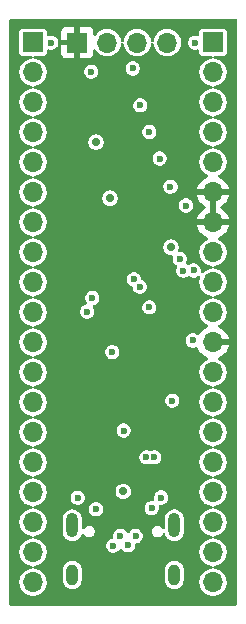
<source format=gbr>
%TF.GenerationSoftware,KiCad,Pcbnew,9.0.0*%
%TF.CreationDate,2025-08-25T15:59:45-02:30*%
%TF.ProjectId,STM32_PCB_Test_Project,53544d33-325f-4504-9342-5f546573745f,rev?*%
%TF.SameCoordinates,Original*%
%TF.FileFunction,Copper,L2,Inr*%
%TF.FilePolarity,Positive*%
%FSLAX46Y46*%
G04 Gerber Fmt 4.6, Leading zero omitted, Abs format (unit mm)*
G04 Created by KiCad (PCBNEW 9.0.0) date 2025-08-25 15:59:45*
%MOMM*%
%LPD*%
G01*
G04 APERTURE LIST*
%TA.AperFunction,ComponentPad*%
%ADD10R,1.700000X1.700000*%
%TD*%
%TA.AperFunction,ComponentPad*%
%ADD11O,1.700000X1.700000*%
%TD*%
%TA.AperFunction,HeatsinkPad*%
%ADD12O,1.000000X2.100000*%
%TD*%
%TA.AperFunction,HeatsinkPad*%
%ADD13O,1.000000X1.800000*%
%TD*%
%TA.AperFunction,ViaPad*%
%ADD14C,0.600000*%
%TD*%
%TA.AperFunction,ViaPad*%
%ADD15C,0.700000*%
%TD*%
G04 APERTURE END LIST*
D10*
%TO.N,+3.3V*%
%TO.C,J2*%
X157025000Y-74675000D03*
D11*
%TO.N,/SWDIO*%
X159565000Y-74675000D03*
%TO.N,/SWCLK*%
X162105000Y-74675000D03*
%TO.N,GND*%
X164645000Y-74675000D03*
%TD*%
D10*
%TO.N,GND*%
%TO.C,J4*%
X168515000Y-74650000D03*
D11*
%TO.N,VBUS*%
X168515000Y-77190000D03*
%TO.N,/PA2*%
X168515000Y-79730000D03*
%TO.N,/PA1*%
X168515000Y-82270000D03*
%TO.N,/PA0*%
X168515000Y-84810000D03*
%TO.N,+3.3V*%
X168515000Y-87350000D03*
X168515000Y-89890000D03*
%TO.N,GND*%
X168515000Y-92430000D03*
X168515000Y-94970000D03*
%TO.N,/PC13*%
X168515000Y-97510000D03*
%TO.N,+3.3V*%
X168515000Y-100050000D03*
%TO.N,/PB9*%
X168515000Y-102590000D03*
%TO.N,/PB8*%
X168515000Y-105130000D03*
%TO.N,/PB7*%
X168515000Y-107670000D03*
%TO.N,/PB6*%
X168515000Y-110210000D03*
%TO.N,/PB5*%
X168515000Y-112750000D03*
%TO.N,/PB4*%
X168515000Y-115290000D03*
%TO.N,/PB3*%
X168515000Y-117830000D03*
%TO.N,/PA15*%
X168515000Y-120370000D03*
%TD*%
D10*
%TO.N,GND*%
%TO.C,J3*%
X153275000Y-74650000D03*
D11*
%TO.N,VBUS*%
X153275000Y-77190000D03*
%TO.N,/PA3*%
X153275000Y-79730000D03*
%TO.N,/PA4*%
X153275000Y-82270000D03*
%TO.N,/PA5*%
X153275000Y-84810000D03*
%TO.N,/PA6*%
X153275000Y-87350000D03*
%TO.N,/PA7*%
X153275000Y-89890000D03*
%TO.N,/PB0*%
X153275000Y-92430000D03*
%TO.N,/PB1*%
X153275000Y-94970000D03*
%TO.N,/PB2*%
X153275000Y-97510000D03*
%TO.N,/PB10*%
X153275000Y-100050000D03*
%TO.N,/PB11*%
X153275000Y-102590000D03*
%TO.N,/PB12*%
X153275000Y-105130000D03*
%TO.N,/PB13*%
X153275000Y-107670000D03*
%TO.N,/PB14*%
X153275000Y-110210000D03*
%TO.N,/PB15*%
X153275000Y-112750000D03*
%TO.N,/PA8*%
X153275000Y-115290000D03*
%TO.N,/PA9*%
X153275000Y-117830000D03*
%TO.N,/PA10*%
X153275000Y-120370000D03*
%TD*%
D12*
%TO.N,GND*%
%TO.C,J1*%
X156605000Y-115560000D03*
D13*
X156605000Y-119740000D03*
D12*
X165245000Y-115560000D03*
D13*
X165245000Y-119740000D03*
%TD*%
D14*
%TO.N,VBUS*%
X160950000Y-107525000D03*
D15*
%TO.N,GND*%
X158600000Y-83100000D03*
D14*
X166225000Y-88475000D03*
X163125000Y-97100000D03*
X157050000Y-113225000D03*
X158300000Y-96300000D03*
D15*
X159790000Y-87852910D03*
D14*
X167000000Y-74700000D03*
X162350000Y-80000000D03*
X165075000Y-105000000D03*
X164125000Y-113200000D03*
X163550000Y-109800000D03*
X162316154Y-95356484D03*
X166800000Y-99900000D03*
X162875000Y-109800000D03*
X164906963Y-86894132D03*
X154800000Y-74700000D03*
D15*
X160910245Y-112675000D03*
D14*
%TO.N,+3.3V*%
X163000000Y-106000000D03*
X164425000Y-98025000D03*
X160500000Y-102900000D03*
X156825000Y-97350000D03*
D15*
X163002000Y-108100000D03*
D14*
X165387500Y-109062500D03*
X157025000Y-76025000D03*
X159750000Y-80100000D03*
%TO.N,+3.3VA*%
X161825000Y-94725000D03*
%TO.N,Net-(U1-NRST)*%
X163125000Y-82250000D03*
X164000000Y-84500000D03*
%TO.N,/OSC_IN*%
X165700270Y-93003290D03*
%TO.N,/OSC32_IN*%
X166875000Y-93975000D03*
%TO.N,/OSC32_OUT*%
X166012821Y-94008523D03*
%TO.N,VBUS*%
X158605331Y-114180331D03*
X163325000Y-114100000D03*
%TO.N,/SWCLK*%
X161725000Y-76875000D03*
X157859620Y-97465380D03*
%TO.N,/SWDIO*%
X158200000Y-77150000D03*
X159980122Y-100889752D03*
D15*
%TO.N,/OSC_OUT*%
X164956963Y-92000000D03*
D14*
%TO.N,/USB_D+*%
X161976000Y-116459620D03*
X160675000Y-116425000D03*
%TO.N,/USB_D-*%
X160075000Y-117275000D03*
X161325000Y-117250000D03*
%TD*%
%TA.AperFunction,Conductor*%
%TO.N,+3.3V*%
G36*
X168765000Y-89456988D02*
G01*
X168707993Y-89424075D01*
X168580826Y-89390000D01*
X168449174Y-89390000D01*
X168322007Y-89424075D01*
X168265000Y-89456988D01*
X168265000Y-87783012D01*
X168322007Y-87815925D01*
X168449174Y-87850000D01*
X168580826Y-87850000D01*
X168707993Y-87815925D01*
X168765000Y-87783012D01*
X168765000Y-89456988D01*
G37*
%TD.AperFunction*%
%TA.AperFunction,Conductor*%
G36*
X170457539Y-72670185D02*
G01*
X170503294Y-72722989D01*
X170514500Y-72774500D01*
X170514500Y-122225500D01*
X170494815Y-122292539D01*
X170442011Y-122338294D01*
X170390500Y-122349500D01*
X151399500Y-122349500D01*
X151332461Y-122329815D01*
X151286706Y-122277011D01*
X151275500Y-122225500D01*
X151275500Y-73755131D01*
X152124500Y-73755131D01*
X152124500Y-75544856D01*
X152124502Y-75544882D01*
X152127413Y-75569987D01*
X152127415Y-75569991D01*
X152172793Y-75672764D01*
X152172794Y-75672765D01*
X152252235Y-75752206D01*
X152355009Y-75797585D01*
X152380135Y-75800500D01*
X153117873Y-75800499D01*
X153184910Y-75820183D01*
X153230665Y-75872987D01*
X153240609Y-75942146D01*
X153211584Y-76005702D01*
X153152806Y-76043476D01*
X153137270Y-76046972D01*
X153005589Y-76067829D01*
X152833363Y-76123787D01*
X152833360Y-76123788D01*
X152672002Y-76206006D01*
X152525505Y-76312441D01*
X152525500Y-76312445D01*
X152397445Y-76440500D01*
X152397441Y-76440505D01*
X152291006Y-76587002D01*
X152208788Y-76748360D01*
X152208787Y-76748363D01*
X152152829Y-76920589D01*
X152124500Y-77099448D01*
X152124500Y-77280551D01*
X152152829Y-77459410D01*
X152208787Y-77631636D01*
X152208788Y-77631639D01*
X152291006Y-77792997D01*
X152397441Y-77939494D01*
X152397445Y-77939499D01*
X152525500Y-78067554D01*
X152525505Y-78067558D01*
X152653287Y-78160396D01*
X152672006Y-78173996D01*
X152777484Y-78227740D01*
X152833360Y-78256211D01*
X152833363Y-78256212D01*
X152919476Y-78284191D01*
X153005591Y-78312171D01*
X153078639Y-78323740D01*
X153165678Y-78337527D01*
X153228813Y-78367456D01*
X153265744Y-78426768D01*
X153264746Y-78496631D01*
X153226136Y-78554863D01*
X153165678Y-78582473D01*
X153005589Y-78607829D01*
X152833363Y-78663787D01*
X152833360Y-78663788D01*
X152672002Y-78746006D01*
X152525505Y-78852441D01*
X152525500Y-78852445D01*
X152397445Y-78980500D01*
X152397441Y-78980505D01*
X152291006Y-79127002D01*
X152208788Y-79288360D01*
X152208787Y-79288363D01*
X152152829Y-79460589D01*
X152124500Y-79639448D01*
X152124500Y-79820551D01*
X152152829Y-79999410D01*
X152208787Y-80171636D01*
X152208788Y-80171639D01*
X152291006Y-80332997D01*
X152397441Y-80479494D01*
X152397445Y-80479499D01*
X152525500Y-80607554D01*
X152525505Y-80607558D01*
X152653287Y-80700396D01*
X152672006Y-80713996D01*
X152777484Y-80767740D01*
X152833360Y-80796211D01*
X152833363Y-80796212D01*
X152919476Y-80824191D01*
X153005591Y-80852171D01*
X153078639Y-80863740D01*
X153165678Y-80877527D01*
X153228813Y-80907456D01*
X153265744Y-80966768D01*
X153264746Y-81036631D01*
X153226136Y-81094863D01*
X153165678Y-81122473D01*
X153005589Y-81147829D01*
X152833363Y-81203787D01*
X152833360Y-81203788D01*
X152672002Y-81286006D01*
X152525505Y-81392441D01*
X152525500Y-81392445D01*
X152397445Y-81520500D01*
X152397441Y-81520505D01*
X152291006Y-81667002D01*
X152208788Y-81828360D01*
X152208787Y-81828363D01*
X152152829Y-82000589D01*
X152124500Y-82179448D01*
X152124500Y-82360551D01*
X152152829Y-82539410D01*
X152208787Y-82711636D01*
X152208788Y-82711639D01*
X152258689Y-82809573D01*
X152291003Y-82872993D01*
X152291006Y-82872997D01*
X152397441Y-83019494D01*
X152397445Y-83019499D01*
X152525500Y-83147554D01*
X152525505Y-83147558D01*
X152653287Y-83240396D01*
X152672006Y-83253996D01*
X152777484Y-83307740D01*
X152833360Y-83336211D01*
X152833363Y-83336212D01*
X152919476Y-83364191D01*
X153005591Y-83392171D01*
X153078639Y-83403740D01*
X153165678Y-83417527D01*
X153228813Y-83447456D01*
X153265744Y-83506768D01*
X153264746Y-83576631D01*
X153226136Y-83634863D01*
X153165678Y-83662473D01*
X153005589Y-83687829D01*
X152833363Y-83743787D01*
X152833360Y-83743788D01*
X152672002Y-83826006D01*
X152525505Y-83932441D01*
X152525500Y-83932445D01*
X152397445Y-84060500D01*
X152397441Y-84060505D01*
X152291006Y-84207002D01*
X152208788Y-84368360D01*
X152208787Y-84368363D01*
X152152829Y-84540589D01*
X152124500Y-84719448D01*
X152124500Y-84900551D01*
X152152829Y-85079410D01*
X152208787Y-85251636D01*
X152208788Y-85251639D01*
X152291006Y-85412997D01*
X152397441Y-85559494D01*
X152397445Y-85559499D01*
X152525500Y-85687554D01*
X152525505Y-85687558D01*
X152653287Y-85780396D01*
X152672006Y-85793996D01*
X152777484Y-85847740D01*
X152833360Y-85876211D01*
X152833363Y-85876212D01*
X152919476Y-85904191D01*
X153005591Y-85932171D01*
X153078639Y-85943740D01*
X153165678Y-85957527D01*
X153228813Y-85987456D01*
X153265744Y-86046768D01*
X153264746Y-86116631D01*
X153226136Y-86174863D01*
X153165678Y-86202473D01*
X153005589Y-86227829D01*
X152833363Y-86283787D01*
X152833360Y-86283788D01*
X152672002Y-86366006D01*
X152525505Y-86472441D01*
X152525500Y-86472445D01*
X152397445Y-86600500D01*
X152397441Y-86600505D01*
X152291006Y-86747002D01*
X152208788Y-86908360D01*
X152208787Y-86908363D01*
X152152829Y-87080589D01*
X152124500Y-87259448D01*
X152124500Y-87440551D01*
X152152829Y-87619410D01*
X152208787Y-87791636D01*
X152208788Y-87791639D01*
X152251009Y-87874500D01*
X152271860Y-87915423D01*
X152291006Y-87952997D01*
X152397441Y-88099494D01*
X152397445Y-88099499D01*
X152525500Y-88227554D01*
X152525505Y-88227558D01*
X152580590Y-88267579D01*
X152672006Y-88333996D01*
X152761750Y-88379723D01*
X152833360Y-88416211D01*
X152833363Y-88416212D01*
X152873876Y-88429375D01*
X153005591Y-88472171D01*
X153078639Y-88483740D01*
X153165678Y-88497527D01*
X153228813Y-88527456D01*
X153265744Y-88586768D01*
X153264746Y-88656631D01*
X153226136Y-88714863D01*
X153165678Y-88742473D01*
X153005589Y-88767829D01*
X152833363Y-88823787D01*
X152833360Y-88823788D01*
X152672002Y-88906006D01*
X152525505Y-89012441D01*
X152525500Y-89012445D01*
X152397445Y-89140500D01*
X152397441Y-89140505D01*
X152291006Y-89287002D01*
X152208788Y-89448360D01*
X152208787Y-89448363D01*
X152152829Y-89620589D01*
X152124500Y-89799448D01*
X152124500Y-89980551D01*
X152152829Y-90159410D01*
X152208787Y-90331636D01*
X152208788Y-90331639D01*
X152291006Y-90492997D01*
X152397441Y-90639494D01*
X152397445Y-90639499D01*
X152525500Y-90767554D01*
X152525505Y-90767558D01*
X152653287Y-90860396D01*
X152672006Y-90873996D01*
X152761750Y-90919723D01*
X152833360Y-90956211D01*
X152833363Y-90956212D01*
X152919476Y-90984191D01*
X153005591Y-91012171D01*
X153078639Y-91023740D01*
X153165678Y-91037527D01*
X153228813Y-91067456D01*
X153265744Y-91126768D01*
X153264746Y-91196631D01*
X153226136Y-91254863D01*
X153165678Y-91282473D01*
X153005589Y-91307829D01*
X152833363Y-91363787D01*
X152833360Y-91363788D01*
X152672002Y-91446006D01*
X152525505Y-91552441D01*
X152525500Y-91552445D01*
X152397445Y-91680500D01*
X152397441Y-91680505D01*
X152291006Y-91827002D01*
X152208788Y-91988360D01*
X152208787Y-91988363D01*
X152152829Y-92160589D01*
X152124500Y-92339448D01*
X152124500Y-92520551D01*
X152152829Y-92699410D01*
X152208787Y-92871636D01*
X152208788Y-92871639D01*
X152291006Y-93032997D01*
X152397441Y-93179494D01*
X152397445Y-93179499D01*
X152525500Y-93307554D01*
X152525505Y-93307558D01*
X152614202Y-93371999D01*
X152672006Y-93413996D01*
X152740599Y-93448946D01*
X152833360Y-93496211D01*
X152833363Y-93496212D01*
X152914610Y-93522610D01*
X153005591Y-93552171D01*
X153073123Y-93562867D01*
X153165678Y-93577527D01*
X153228813Y-93607456D01*
X153265744Y-93666768D01*
X153264746Y-93736631D01*
X153226136Y-93794863D01*
X153165678Y-93822473D01*
X153005589Y-93847829D01*
X152833363Y-93903787D01*
X152833360Y-93903788D01*
X152672002Y-93986006D01*
X152525505Y-94092441D01*
X152525500Y-94092445D01*
X152397445Y-94220500D01*
X152397441Y-94220505D01*
X152291006Y-94367002D01*
X152208788Y-94528360D01*
X152208787Y-94528363D01*
X152152829Y-94700589D01*
X152124500Y-94879448D01*
X152124500Y-95060551D01*
X152152829Y-95239410D01*
X152208787Y-95411636D01*
X152208788Y-95411639D01*
X152291006Y-95572997D01*
X152397441Y-95719494D01*
X152397445Y-95719499D01*
X152525500Y-95847554D01*
X152525505Y-95847558D01*
X152640743Y-95931282D01*
X152672006Y-95953996D01*
X152777484Y-96007740D01*
X152833360Y-96036211D01*
X152833363Y-96036212D01*
X152919476Y-96064191D01*
X153005591Y-96092171D01*
X153078639Y-96103740D01*
X153165678Y-96117527D01*
X153228813Y-96147456D01*
X153265744Y-96206768D01*
X153264746Y-96276631D01*
X153226136Y-96334863D01*
X153165678Y-96362473D01*
X153005589Y-96387829D01*
X152833363Y-96443787D01*
X152833360Y-96443788D01*
X152672002Y-96526006D01*
X152525505Y-96632441D01*
X152525500Y-96632445D01*
X152397445Y-96760500D01*
X152397441Y-96760505D01*
X152291006Y-96907002D01*
X152208788Y-97068360D01*
X152208787Y-97068363D01*
X152152829Y-97240589D01*
X152124500Y-97419448D01*
X152124500Y-97600551D01*
X152152829Y-97779410D01*
X152208787Y-97951636D01*
X152208788Y-97951639D01*
X152291006Y-98112997D01*
X152397441Y-98259494D01*
X152397445Y-98259499D01*
X152525500Y-98387554D01*
X152525505Y-98387558D01*
X152653287Y-98480396D01*
X152672006Y-98493996D01*
X152777484Y-98547740D01*
X152833360Y-98576211D01*
X152833363Y-98576212D01*
X152919476Y-98604191D01*
X153005591Y-98632171D01*
X153078639Y-98643740D01*
X153165678Y-98657527D01*
X153228813Y-98687456D01*
X153265744Y-98746768D01*
X153264746Y-98816631D01*
X153226136Y-98874863D01*
X153165678Y-98902473D01*
X153005589Y-98927829D01*
X152833363Y-98983787D01*
X152833360Y-98983788D01*
X152672002Y-99066006D01*
X152525505Y-99172441D01*
X152525500Y-99172445D01*
X152397445Y-99300500D01*
X152397441Y-99300505D01*
X152291006Y-99447002D01*
X152208788Y-99608360D01*
X152208787Y-99608363D01*
X152152829Y-99780589D01*
X152124500Y-99959448D01*
X152124500Y-100140551D01*
X152152829Y-100319410D01*
X152208787Y-100491636D01*
X152208788Y-100491639D01*
X152291006Y-100652997D01*
X152397441Y-100799494D01*
X152397445Y-100799499D01*
X152525500Y-100927554D01*
X152525505Y-100927558D01*
X152582283Y-100968809D01*
X152672006Y-101033996D01*
X152761750Y-101079723D01*
X152833360Y-101116211D01*
X152833363Y-101116212D01*
X152849768Y-101121542D01*
X153005591Y-101172171D01*
X153078639Y-101183740D01*
X153165678Y-101197527D01*
X153228813Y-101227456D01*
X153265744Y-101286768D01*
X153264746Y-101356631D01*
X153226136Y-101414863D01*
X153165678Y-101442473D01*
X153005589Y-101467829D01*
X152833363Y-101523787D01*
X152833360Y-101523788D01*
X152672002Y-101606006D01*
X152525505Y-101712441D01*
X152525500Y-101712445D01*
X152397445Y-101840500D01*
X152397441Y-101840505D01*
X152291006Y-101987002D01*
X152208788Y-102148360D01*
X152208787Y-102148363D01*
X152152829Y-102320589D01*
X152124500Y-102499448D01*
X152124500Y-102680551D01*
X152152829Y-102859410D01*
X152208787Y-103031636D01*
X152208788Y-103031639D01*
X152291006Y-103192997D01*
X152397441Y-103339494D01*
X152397445Y-103339499D01*
X152525500Y-103467554D01*
X152525505Y-103467558D01*
X152653287Y-103560396D01*
X152672006Y-103573996D01*
X152777484Y-103627740D01*
X152833360Y-103656211D01*
X152833363Y-103656212D01*
X152919476Y-103684191D01*
X153005591Y-103712171D01*
X153078639Y-103723740D01*
X153165678Y-103737527D01*
X153228813Y-103767456D01*
X153265744Y-103826768D01*
X153264746Y-103896631D01*
X153226136Y-103954863D01*
X153165678Y-103982473D01*
X153005589Y-104007829D01*
X152833363Y-104063787D01*
X152833360Y-104063788D01*
X152672002Y-104146006D01*
X152525505Y-104252441D01*
X152525500Y-104252445D01*
X152397445Y-104380500D01*
X152397441Y-104380505D01*
X152291006Y-104527002D01*
X152208788Y-104688360D01*
X152208787Y-104688363D01*
X152152829Y-104860589D01*
X152124500Y-105039448D01*
X152124500Y-105220551D01*
X152152829Y-105399410D01*
X152208787Y-105571636D01*
X152208788Y-105571639D01*
X152291006Y-105732997D01*
X152397441Y-105879494D01*
X152397445Y-105879499D01*
X152525500Y-106007554D01*
X152525505Y-106007558D01*
X152653287Y-106100396D01*
X152672006Y-106113996D01*
X152777484Y-106167740D01*
X152833360Y-106196211D01*
X152833363Y-106196212D01*
X152919476Y-106224191D01*
X153005591Y-106252171D01*
X153078639Y-106263740D01*
X153165678Y-106277527D01*
X153228813Y-106307456D01*
X153265744Y-106366768D01*
X153264746Y-106436631D01*
X153226136Y-106494863D01*
X153165678Y-106522473D01*
X153005589Y-106547829D01*
X152833363Y-106603787D01*
X152833360Y-106603788D01*
X152672002Y-106686006D01*
X152525505Y-106792441D01*
X152525500Y-106792445D01*
X152397445Y-106920500D01*
X152397441Y-106920505D01*
X152291006Y-107067002D01*
X152208788Y-107228360D01*
X152208787Y-107228363D01*
X152152829Y-107400589D01*
X152124500Y-107579448D01*
X152124500Y-107760551D01*
X152152829Y-107939410D01*
X152208787Y-108111636D01*
X152208788Y-108111639D01*
X152291006Y-108272997D01*
X152397441Y-108419494D01*
X152397445Y-108419499D01*
X152525500Y-108547554D01*
X152525505Y-108547558D01*
X152653287Y-108640396D01*
X152672006Y-108653996D01*
X152777484Y-108707740D01*
X152833360Y-108736211D01*
X152833363Y-108736212D01*
X152919476Y-108764191D01*
X153005591Y-108792171D01*
X153078639Y-108803740D01*
X153165678Y-108817527D01*
X153228813Y-108847456D01*
X153265744Y-108906768D01*
X153264746Y-108976631D01*
X153226136Y-109034863D01*
X153165678Y-109062473D01*
X153005589Y-109087829D01*
X152833363Y-109143787D01*
X152833360Y-109143788D01*
X152672002Y-109226006D01*
X152525505Y-109332441D01*
X152525500Y-109332445D01*
X152397445Y-109460500D01*
X152397441Y-109460505D01*
X152291006Y-109607002D01*
X152208788Y-109768360D01*
X152208787Y-109768363D01*
X152152829Y-109940589D01*
X152124500Y-110119448D01*
X152124500Y-110300551D01*
X152152829Y-110479410D01*
X152208787Y-110651636D01*
X152208788Y-110651639D01*
X152291006Y-110812997D01*
X152397441Y-110959494D01*
X152397445Y-110959499D01*
X152525500Y-111087554D01*
X152525505Y-111087558D01*
X152653287Y-111180396D01*
X152672006Y-111193996D01*
X152777484Y-111247740D01*
X152833360Y-111276211D01*
X152833363Y-111276212D01*
X152919476Y-111304191D01*
X153005591Y-111332171D01*
X153078639Y-111343740D01*
X153165678Y-111357527D01*
X153228813Y-111387456D01*
X153265744Y-111446768D01*
X153264746Y-111516631D01*
X153226136Y-111574863D01*
X153165678Y-111602473D01*
X153005589Y-111627829D01*
X152833363Y-111683787D01*
X152833360Y-111683788D01*
X152672002Y-111766006D01*
X152525505Y-111872441D01*
X152525500Y-111872445D01*
X152397445Y-112000500D01*
X152397441Y-112000505D01*
X152291006Y-112147002D01*
X152208788Y-112308360D01*
X152208787Y-112308363D01*
X152152829Y-112480589D01*
X152124500Y-112659448D01*
X152124500Y-112840551D01*
X152152829Y-113019410D01*
X152208787Y-113191636D01*
X152208788Y-113191639D01*
X152253330Y-113279055D01*
X152286799Y-113344742D01*
X152291006Y-113352997D01*
X152397441Y-113499494D01*
X152397445Y-113499499D01*
X152525500Y-113627554D01*
X152525505Y-113627558D01*
X152632809Y-113705518D01*
X152672006Y-113733996D01*
X152771268Y-113784573D01*
X152833360Y-113816211D01*
X152833363Y-113816212D01*
X152919476Y-113844191D01*
X153005591Y-113872171D01*
X153078639Y-113883740D01*
X153165678Y-113897527D01*
X153228813Y-113927456D01*
X153265744Y-113986768D01*
X153264746Y-114056631D01*
X153226136Y-114114863D01*
X153165678Y-114142473D01*
X153005589Y-114167829D01*
X152833363Y-114223787D01*
X152833360Y-114223788D01*
X152672002Y-114306006D01*
X152525505Y-114412441D01*
X152525500Y-114412445D01*
X152397445Y-114540500D01*
X152397441Y-114540505D01*
X152291006Y-114687002D01*
X152208788Y-114848360D01*
X152208787Y-114848363D01*
X152152829Y-115020589D01*
X152124500Y-115199448D01*
X152124500Y-115380551D01*
X152152829Y-115559410D01*
X152208787Y-115731636D01*
X152208788Y-115731639D01*
X152242882Y-115798550D01*
X152282581Y-115876464D01*
X152291006Y-115892997D01*
X152397441Y-116039494D01*
X152397445Y-116039499D01*
X152525500Y-116167554D01*
X152525505Y-116167558D01*
X152594218Y-116217480D01*
X152672006Y-116273996D01*
X152777484Y-116327740D01*
X152833360Y-116356211D01*
X152833363Y-116356212D01*
X152908310Y-116380563D01*
X153005591Y-116412171D01*
X153078639Y-116423740D01*
X153165678Y-116437527D01*
X153228813Y-116467456D01*
X153265744Y-116526768D01*
X153264746Y-116596631D01*
X153226136Y-116654863D01*
X153165678Y-116682473D01*
X153005589Y-116707829D01*
X152833363Y-116763787D01*
X152833360Y-116763788D01*
X152672002Y-116846006D01*
X152525505Y-116952441D01*
X152525500Y-116952445D01*
X152397445Y-117080500D01*
X152397441Y-117080505D01*
X152291006Y-117227002D01*
X152208788Y-117388360D01*
X152208787Y-117388363D01*
X152152829Y-117560589D01*
X152124500Y-117739448D01*
X152124500Y-117920551D01*
X152152829Y-118099410D01*
X152208787Y-118271636D01*
X152208788Y-118271639D01*
X152291006Y-118432997D01*
X152397441Y-118579494D01*
X152397445Y-118579499D01*
X152525500Y-118707554D01*
X152525505Y-118707558D01*
X152540171Y-118718213D01*
X152672006Y-118813996D01*
X152777484Y-118867740D01*
X152833360Y-118896211D01*
X152833363Y-118896212D01*
X152919476Y-118924191D01*
X153005591Y-118952171D01*
X153078639Y-118963740D01*
X153165678Y-118977527D01*
X153228813Y-119007456D01*
X153265744Y-119066768D01*
X153264746Y-119136631D01*
X153226136Y-119194863D01*
X153165678Y-119222473D01*
X153005589Y-119247829D01*
X152833363Y-119303787D01*
X152833360Y-119303788D01*
X152672002Y-119386006D01*
X152525505Y-119492441D01*
X152525500Y-119492445D01*
X152397445Y-119620500D01*
X152397441Y-119620505D01*
X152291006Y-119767002D01*
X152208788Y-119928360D01*
X152208787Y-119928363D01*
X152152829Y-120100589D01*
X152124500Y-120279448D01*
X152124500Y-120460551D01*
X152152829Y-120639410D01*
X152208787Y-120811636D01*
X152208788Y-120811639D01*
X152258772Y-120909735D01*
X152274447Y-120940500D01*
X152291006Y-120972997D01*
X152397441Y-121119494D01*
X152397445Y-121119499D01*
X152525500Y-121247554D01*
X152525505Y-121247558D01*
X152653287Y-121340396D01*
X152672006Y-121353996D01*
X152777484Y-121407740D01*
X152833360Y-121436211D01*
X152833363Y-121436212D01*
X152919476Y-121464191D01*
X153005591Y-121492171D01*
X153088429Y-121505291D01*
X153184449Y-121520500D01*
X153184454Y-121520500D01*
X153365551Y-121520500D01*
X153452259Y-121506765D01*
X153544409Y-121492171D01*
X153716639Y-121436211D01*
X153877994Y-121353996D01*
X154024501Y-121247553D01*
X154152553Y-121119501D01*
X154258996Y-120972994D01*
X154341211Y-120811639D01*
X154397171Y-120639409D01*
X154416213Y-120519185D01*
X154425500Y-120460551D01*
X154425500Y-120279448D01*
X154409019Y-120175397D01*
X154397171Y-120100591D01*
X154341211Y-119928361D01*
X154341211Y-119928360D01*
X154312740Y-119872484D01*
X154258996Y-119767006D01*
X154245396Y-119748287D01*
X154152558Y-119620505D01*
X154152554Y-119620500D01*
X154024499Y-119492445D01*
X154024494Y-119492441D01*
X153877997Y-119386006D01*
X153877996Y-119386005D01*
X153877994Y-119386004D01*
X153837853Y-119365551D01*
X153716639Y-119303788D01*
X153716636Y-119303787D01*
X153585418Y-119261153D01*
X155804500Y-119261153D01*
X155804500Y-120218846D01*
X155835261Y-120373489D01*
X155835264Y-120373501D01*
X155895602Y-120519172D01*
X155895609Y-120519185D01*
X155983210Y-120650288D01*
X155983213Y-120650292D01*
X156094707Y-120761786D01*
X156094711Y-120761789D01*
X156225814Y-120849390D01*
X156225827Y-120849397D01*
X156371498Y-120909735D01*
X156371503Y-120909737D01*
X156526153Y-120940499D01*
X156526156Y-120940500D01*
X156526158Y-120940500D01*
X156683844Y-120940500D01*
X156683845Y-120940499D01*
X156838497Y-120909737D01*
X156984179Y-120849394D01*
X157115289Y-120761789D01*
X157226789Y-120650289D01*
X157314394Y-120519179D01*
X157374737Y-120373497D01*
X157405500Y-120218842D01*
X157405500Y-119261158D01*
X157405500Y-119261155D01*
X157405499Y-119261153D01*
X164444500Y-119261153D01*
X164444500Y-120218846D01*
X164475261Y-120373489D01*
X164475264Y-120373501D01*
X164535602Y-120519172D01*
X164535609Y-120519185D01*
X164623210Y-120650288D01*
X164623213Y-120650292D01*
X164734707Y-120761786D01*
X164734711Y-120761789D01*
X164865814Y-120849390D01*
X164865827Y-120849397D01*
X165011498Y-120909735D01*
X165011503Y-120909737D01*
X165166153Y-120940499D01*
X165166156Y-120940500D01*
X165166158Y-120940500D01*
X165323844Y-120940500D01*
X165323845Y-120940499D01*
X165478497Y-120909737D01*
X165624179Y-120849394D01*
X165755289Y-120761789D01*
X165866789Y-120650289D01*
X165954394Y-120519179D01*
X166014737Y-120373497D01*
X166045500Y-120218842D01*
X166045500Y-119261158D01*
X166045500Y-119261155D01*
X166045499Y-119261153D01*
X166020730Y-119136631D01*
X166014737Y-119106503D01*
X166014735Y-119106498D01*
X165954397Y-118960827D01*
X165954390Y-118960814D01*
X165866789Y-118829711D01*
X165866786Y-118829707D01*
X165755292Y-118718213D01*
X165755288Y-118718210D01*
X165624185Y-118630609D01*
X165624172Y-118630602D01*
X165478501Y-118570264D01*
X165478489Y-118570261D01*
X165323845Y-118539500D01*
X165323842Y-118539500D01*
X165166158Y-118539500D01*
X165166155Y-118539500D01*
X165011510Y-118570261D01*
X165011498Y-118570264D01*
X164865827Y-118630602D01*
X164865814Y-118630609D01*
X164734711Y-118718210D01*
X164734707Y-118718213D01*
X164623213Y-118829707D01*
X164623210Y-118829711D01*
X164535609Y-118960814D01*
X164535602Y-118960827D01*
X164475264Y-119106498D01*
X164475261Y-119106510D01*
X164444500Y-119261153D01*
X157405499Y-119261153D01*
X157380730Y-119136631D01*
X157374737Y-119106503D01*
X157374735Y-119106498D01*
X157314397Y-118960827D01*
X157314390Y-118960814D01*
X157226789Y-118829711D01*
X157226786Y-118829707D01*
X157115292Y-118718213D01*
X157115288Y-118718210D01*
X156984185Y-118630609D01*
X156984172Y-118630602D01*
X156838501Y-118570264D01*
X156838489Y-118570261D01*
X156683845Y-118539500D01*
X156683842Y-118539500D01*
X156526158Y-118539500D01*
X156526155Y-118539500D01*
X156371510Y-118570261D01*
X156371498Y-118570264D01*
X156225827Y-118630602D01*
X156225814Y-118630609D01*
X156094711Y-118718210D01*
X156094707Y-118718213D01*
X155983213Y-118829707D01*
X155983210Y-118829711D01*
X155895609Y-118960814D01*
X155895602Y-118960827D01*
X155835264Y-119106498D01*
X155835261Y-119106510D01*
X155804500Y-119261153D01*
X153585418Y-119261153D01*
X153544410Y-119247829D01*
X153384321Y-119222473D01*
X153321186Y-119192544D01*
X153284255Y-119133232D01*
X153285253Y-119063370D01*
X153323863Y-119005137D01*
X153384321Y-118977527D01*
X153454425Y-118966422D01*
X153544409Y-118952171D01*
X153716639Y-118896211D01*
X153877994Y-118813996D01*
X154024501Y-118707553D01*
X154152553Y-118579501D01*
X154258996Y-118432994D01*
X154341211Y-118271639D01*
X154397171Y-118099409D01*
X154411765Y-118007259D01*
X154425500Y-117920551D01*
X154425500Y-117739448D01*
X154398181Y-117566970D01*
X154397171Y-117560591D01*
X154341211Y-117388361D01*
X154341206Y-117388350D01*
X154267712Y-117244111D01*
X154267711Y-117244110D01*
X154258995Y-117227004D01*
X154236428Y-117195943D01*
X159474500Y-117195943D01*
X159474500Y-117354057D01*
X159508725Y-117481784D01*
X159515423Y-117506783D01*
X159515426Y-117506790D01*
X159594475Y-117643709D01*
X159594479Y-117643714D01*
X159594480Y-117643716D01*
X159706284Y-117755520D01*
X159706286Y-117755521D01*
X159706290Y-117755524D01*
X159799914Y-117809577D01*
X159843216Y-117834577D01*
X159995943Y-117875500D01*
X159995945Y-117875500D01*
X160154055Y-117875500D01*
X160154057Y-117875500D01*
X160306784Y-117834577D01*
X160443716Y-117755520D01*
X160555520Y-117643716D01*
X160599830Y-117566968D01*
X160650394Y-117518753D01*
X160719001Y-117505529D01*
X160783866Y-117531496D01*
X160814603Y-117566968D01*
X160844477Y-117618712D01*
X160844479Y-117618715D01*
X160844480Y-117618716D01*
X160956284Y-117730520D01*
X160956286Y-117730521D01*
X160956290Y-117730524D01*
X161093209Y-117809573D01*
X161093216Y-117809577D01*
X161245943Y-117850500D01*
X161245945Y-117850500D01*
X161404055Y-117850500D01*
X161404057Y-117850500D01*
X161556784Y-117809577D01*
X161693716Y-117730520D01*
X161805520Y-117618716D01*
X161884577Y-117481784D01*
X161925500Y-117329057D01*
X161925500Y-117184120D01*
X161945185Y-117117081D01*
X161997989Y-117071326D01*
X162049500Y-117060120D01*
X162055055Y-117060120D01*
X162055057Y-117060120D01*
X162207784Y-117019197D01*
X162344716Y-116940140D01*
X162456520Y-116828336D01*
X162535577Y-116691404D01*
X162576500Y-116538677D01*
X162576500Y-116380563D01*
X162535577Y-116227836D01*
X162515585Y-116193209D01*
X162456524Y-116090910D01*
X162456518Y-116090902D01*
X162363015Y-115997399D01*
X163339500Y-115997399D01*
X163339500Y-116122601D01*
X163371905Y-116243536D01*
X163434505Y-116351964D01*
X163523036Y-116440495D01*
X163631464Y-116503095D01*
X163752399Y-116535500D01*
X163752401Y-116535500D01*
X163877599Y-116535500D01*
X163877601Y-116535500D01*
X163998536Y-116503095D01*
X164106964Y-116440495D01*
X164195495Y-116351964D01*
X164240096Y-116274710D01*
X164290661Y-116226495D01*
X164359268Y-116213271D01*
X164424133Y-116239238D01*
X164464662Y-116296151D01*
X164469100Y-116312517D01*
X164475261Y-116343492D01*
X164475264Y-116343501D01*
X164535602Y-116489172D01*
X164535609Y-116489185D01*
X164623210Y-116620288D01*
X164623213Y-116620292D01*
X164734707Y-116731786D01*
X164734711Y-116731789D01*
X164865814Y-116819390D01*
X164865827Y-116819397D01*
X165011498Y-116879735D01*
X165011503Y-116879737D01*
X165144953Y-116906282D01*
X165166153Y-116910499D01*
X165166156Y-116910500D01*
X165166158Y-116910500D01*
X165323844Y-116910500D01*
X165323845Y-116910499D01*
X165478497Y-116879737D01*
X165624179Y-116819394D01*
X165755289Y-116731789D01*
X165866789Y-116620289D01*
X165954394Y-116489179D01*
X166014737Y-116343497D01*
X166045500Y-116188842D01*
X166045500Y-114931158D01*
X166045500Y-114931155D01*
X166045499Y-114931153D01*
X166029031Y-114848363D01*
X166014737Y-114776503D01*
X165983256Y-114700500D01*
X165954397Y-114630827D01*
X165954390Y-114630814D01*
X165866789Y-114499711D01*
X165866786Y-114499707D01*
X165755292Y-114388213D01*
X165755288Y-114388210D01*
X165624185Y-114300609D01*
X165624172Y-114300602D01*
X165478501Y-114240264D01*
X165478489Y-114240261D01*
X165323845Y-114209500D01*
X165323842Y-114209500D01*
X165166158Y-114209500D01*
X165166155Y-114209500D01*
X165011510Y-114240261D01*
X165011498Y-114240264D01*
X164865827Y-114300602D01*
X164865814Y-114300609D01*
X164734711Y-114388210D01*
X164734707Y-114388213D01*
X164623213Y-114499707D01*
X164623210Y-114499711D01*
X164535609Y-114630814D01*
X164535602Y-114630827D01*
X164475264Y-114776498D01*
X164475261Y-114776510D01*
X164444500Y-114931153D01*
X164444500Y-115736551D01*
X164424815Y-115803590D01*
X164372011Y-115849345D01*
X164302853Y-115859289D01*
X164239297Y-115830264D01*
X164213113Y-115798550D01*
X164195499Y-115768042D01*
X164195496Y-115768038D01*
X164195495Y-115768036D01*
X164106964Y-115679505D01*
X163998536Y-115616905D01*
X163998537Y-115616905D01*
X163958224Y-115606103D01*
X163877601Y-115584500D01*
X163752399Y-115584500D01*
X163671775Y-115606103D01*
X163631463Y-115616905D01*
X163523037Y-115679504D01*
X163523034Y-115679506D01*
X163434506Y-115768034D01*
X163434504Y-115768037D01*
X163371905Y-115876463D01*
X163371905Y-115876464D01*
X163339500Y-115997399D01*
X162363015Y-115997399D01*
X162344717Y-115979101D01*
X162344709Y-115979095D01*
X162207790Y-115900046D01*
X162207786Y-115900044D01*
X162207784Y-115900043D01*
X162055057Y-115859120D01*
X161896943Y-115859120D01*
X161744216Y-115900043D01*
X161744209Y-115900046D01*
X161607290Y-115979095D01*
X161607282Y-115979101D01*
X161495481Y-116090902D01*
X161495477Y-116090907D01*
X161442880Y-116182009D01*
X161392313Y-116230225D01*
X161323706Y-116243448D01*
X161258841Y-116217480D01*
X161228108Y-116182011D01*
X161155520Y-116056284D01*
X161043716Y-115944480D01*
X161043714Y-115944479D01*
X161043709Y-115944475D01*
X160906790Y-115865426D01*
X160906786Y-115865424D01*
X160906784Y-115865423D01*
X160754057Y-115824500D01*
X160595943Y-115824500D01*
X160443216Y-115865423D01*
X160443209Y-115865426D01*
X160306290Y-115944475D01*
X160306282Y-115944481D01*
X160194481Y-116056282D01*
X160194475Y-116056290D01*
X160115426Y-116193209D01*
X160115423Y-116193216D01*
X160074500Y-116345943D01*
X160074500Y-116504058D01*
X160079755Y-116523670D01*
X160078092Y-116593520D01*
X160038928Y-116651382D01*
X159992075Y-116675536D01*
X159937911Y-116690049D01*
X159843214Y-116715423D01*
X159843209Y-116715426D01*
X159706290Y-116794475D01*
X159706282Y-116794481D01*
X159594481Y-116906282D01*
X159594475Y-116906290D01*
X159515426Y-117043209D01*
X159515423Y-117043216D01*
X159474500Y-117195943D01*
X154236428Y-117195943D01*
X154152558Y-117080505D01*
X154152554Y-117080500D01*
X154024499Y-116952445D01*
X154024494Y-116952441D01*
X153877997Y-116846006D01*
X153877996Y-116846005D01*
X153877994Y-116846004D01*
X153825761Y-116819390D01*
X153716639Y-116763788D01*
X153716636Y-116763787D01*
X153544410Y-116707829D01*
X153384321Y-116682473D01*
X153321186Y-116652544D01*
X153284255Y-116593232D01*
X153285253Y-116523370D01*
X153323863Y-116465137D01*
X153384321Y-116437527D01*
X153454425Y-116426422D01*
X153544409Y-116412171D01*
X153716639Y-116356211D01*
X153877994Y-116273996D01*
X154024501Y-116167553D01*
X154152553Y-116039501D01*
X154258996Y-115892994D01*
X154341211Y-115731639D01*
X154397171Y-115559409D01*
X154411765Y-115467259D01*
X154425500Y-115380551D01*
X154425500Y-115199448D01*
X154397170Y-115020587D01*
X154378584Y-114963383D01*
X154368112Y-114931153D01*
X155804500Y-114931153D01*
X155804500Y-116188846D01*
X155835261Y-116343489D01*
X155835264Y-116343501D01*
X155895602Y-116489172D01*
X155895609Y-116489185D01*
X155983210Y-116620288D01*
X155983213Y-116620292D01*
X156094707Y-116731786D01*
X156094711Y-116731789D01*
X156225814Y-116819390D01*
X156225827Y-116819397D01*
X156371498Y-116879735D01*
X156371503Y-116879737D01*
X156504953Y-116906282D01*
X156526153Y-116910499D01*
X156526156Y-116910500D01*
X156526158Y-116910500D01*
X156683844Y-116910500D01*
X156683845Y-116910499D01*
X156838497Y-116879737D01*
X156984179Y-116819394D01*
X157115289Y-116731789D01*
X157226789Y-116620289D01*
X157314394Y-116489179D01*
X157374737Y-116343497D01*
X157380899Y-116312517D01*
X157413283Y-116250609D01*
X157473998Y-116216034D01*
X157543768Y-116219773D01*
X157600440Y-116260639D01*
X157609901Y-116274707D01*
X157622282Y-116296151D01*
X157654503Y-116351962D01*
X157654505Y-116351964D01*
X157743036Y-116440495D01*
X157851464Y-116503095D01*
X157972399Y-116535500D01*
X157972401Y-116535500D01*
X158097599Y-116535500D01*
X158097601Y-116535500D01*
X158218536Y-116503095D01*
X158326964Y-116440495D01*
X158415495Y-116351964D01*
X158478095Y-116243536D01*
X158510500Y-116122601D01*
X158510500Y-115997399D01*
X158478095Y-115876464D01*
X158415495Y-115768036D01*
X158326964Y-115679505D01*
X158218536Y-115616905D01*
X158218537Y-115616905D01*
X158178224Y-115606103D01*
X158097601Y-115584500D01*
X157972399Y-115584500D01*
X157891775Y-115606103D01*
X157851463Y-115616905D01*
X157743037Y-115679504D01*
X157743034Y-115679506D01*
X157654506Y-115768034D01*
X157654500Y-115768042D01*
X157636887Y-115798550D01*
X157586321Y-115846766D01*
X157517714Y-115859990D01*
X157452849Y-115834022D01*
X157412320Y-115777108D01*
X157405500Y-115736551D01*
X157405500Y-114931155D01*
X157405499Y-114931153D01*
X157389031Y-114848363D01*
X157374737Y-114776503D01*
X157343256Y-114700500D01*
X157314397Y-114630827D01*
X157314390Y-114630814D01*
X157226789Y-114499711D01*
X157226786Y-114499707D01*
X157115292Y-114388213D01*
X157115288Y-114388210D01*
X156984185Y-114300609D01*
X156984172Y-114300602D01*
X156838501Y-114240264D01*
X156838489Y-114240261D01*
X156710309Y-114214764D01*
X156710308Y-114214764D01*
X156683844Y-114209500D01*
X156683842Y-114209500D01*
X156526158Y-114209500D01*
X156526155Y-114209500D01*
X156371510Y-114240261D01*
X156371498Y-114240264D01*
X156225827Y-114300602D01*
X156225814Y-114300609D01*
X156094711Y-114388210D01*
X156094707Y-114388213D01*
X155983213Y-114499707D01*
X155983210Y-114499711D01*
X155895609Y-114630814D01*
X155895602Y-114630827D01*
X155835264Y-114776498D01*
X155835261Y-114776510D01*
X155804500Y-114931153D01*
X154368112Y-114931153D01*
X154341212Y-114848363D01*
X154341211Y-114848360D01*
X154312740Y-114792484D01*
X154258996Y-114687006D01*
X154218180Y-114630827D01*
X154152558Y-114540505D01*
X154152554Y-114540500D01*
X154024499Y-114412445D01*
X154024494Y-114412441D01*
X153877997Y-114306006D01*
X153877996Y-114306005D01*
X153877994Y-114306004D01*
X153786502Y-114259386D01*
X153716639Y-114223788D01*
X153716636Y-114223787D01*
X153544410Y-114167829D01*
X153384321Y-114142473D01*
X153321186Y-114112544D01*
X153314169Y-114101274D01*
X158004831Y-114101274D01*
X158004831Y-114259388D01*
X158039350Y-114388213D01*
X158045754Y-114412114D01*
X158045757Y-114412121D01*
X158124806Y-114549040D01*
X158124810Y-114549045D01*
X158124811Y-114549047D01*
X158236615Y-114660851D01*
X158236617Y-114660852D01*
X158236621Y-114660855D01*
X158373540Y-114739904D01*
X158373547Y-114739908D01*
X158526274Y-114780831D01*
X158526276Y-114780831D01*
X158684386Y-114780831D01*
X158684388Y-114780831D01*
X158837115Y-114739908D01*
X158974047Y-114660851D01*
X159085851Y-114549047D01*
X159164908Y-114412115D01*
X159205831Y-114259388D01*
X159205831Y-114101274D01*
X159184306Y-114020943D01*
X162724500Y-114020943D01*
X162724500Y-114179057D01*
X162758516Y-114306004D01*
X162765423Y-114331783D01*
X162765426Y-114331790D01*
X162844475Y-114468709D01*
X162844479Y-114468714D01*
X162844480Y-114468716D01*
X162956284Y-114580520D01*
X162956286Y-114580521D01*
X162956290Y-114580524D01*
X163043419Y-114630827D01*
X163093216Y-114659577D01*
X163245943Y-114700500D01*
X163245945Y-114700500D01*
X163404055Y-114700500D01*
X163404057Y-114700500D01*
X163556784Y-114659577D01*
X163693716Y-114580520D01*
X163805520Y-114468716D01*
X163884577Y-114331784D01*
X163925500Y-114179057D01*
X163925500Y-114020943D01*
X163907899Y-113955255D01*
X163909562Y-113885408D01*
X163948724Y-113827545D01*
X164012953Y-113800041D01*
X164043869Y-113800226D01*
X164045937Y-113800498D01*
X164045943Y-113800500D01*
X164045949Y-113800500D01*
X164204055Y-113800500D01*
X164204057Y-113800500D01*
X164356784Y-113759577D01*
X164493716Y-113680520D01*
X164605520Y-113568716D01*
X164684577Y-113431784D01*
X164725500Y-113279057D01*
X164725500Y-113120943D01*
X164684577Y-112968216D01*
X164624838Y-112864744D01*
X164605524Y-112831290D01*
X164605518Y-112831282D01*
X164493717Y-112719481D01*
X164493709Y-112719475D01*
X164356790Y-112640426D01*
X164356786Y-112640424D01*
X164356784Y-112640423D01*
X164204057Y-112599500D01*
X164045943Y-112599500D01*
X163893216Y-112640423D01*
X163893209Y-112640426D01*
X163756290Y-112719475D01*
X163756282Y-112719481D01*
X163644481Y-112831282D01*
X163644475Y-112831290D01*
X163565426Y-112968209D01*
X163565423Y-112968216D01*
X163524500Y-113120943D01*
X163524500Y-113279057D01*
X163531199Y-113304057D01*
X163542100Y-113344742D01*
X163540437Y-113414592D01*
X163501274Y-113472454D01*
X163437045Y-113499958D01*
X163406141Y-113499774D01*
X163404060Y-113499500D01*
X163404057Y-113499500D01*
X163245943Y-113499500D01*
X163093216Y-113540423D01*
X163093209Y-113540426D01*
X162956290Y-113619475D01*
X162956282Y-113619481D01*
X162844481Y-113731282D01*
X162844475Y-113731290D01*
X162765426Y-113868209D01*
X162765423Y-113868216D01*
X162724500Y-114020943D01*
X159184306Y-114020943D01*
X159164908Y-113948547D01*
X159151392Y-113925137D01*
X159085855Y-113811621D01*
X159085849Y-113811613D01*
X158974048Y-113699812D01*
X158974040Y-113699806D01*
X158837121Y-113620757D01*
X158837117Y-113620755D01*
X158837115Y-113620754D01*
X158684388Y-113579831D01*
X158526274Y-113579831D01*
X158373547Y-113620754D01*
X158373540Y-113620757D01*
X158236621Y-113699806D01*
X158236613Y-113699812D01*
X158124812Y-113811613D01*
X158124806Y-113811621D01*
X158045757Y-113948540D01*
X158045755Y-113948545D01*
X158045754Y-113948547D01*
X158004831Y-114101274D01*
X153314169Y-114101274D01*
X153284255Y-114053232D01*
X153285253Y-113983370D01*
X153323863Y-113925137D01*
X153384321Y-113897527D01*
X153454425Y-113886422D01*
X153544409Y-113872171D01*
X153716639Y-113816211D01*
X153877994Y-113733996D01*
X154024501Y-113627553D01*
X154152553Y-113499501D01*
X154258996Y-113352994D01*
X154341211Y-113191639D01*
X154356058Y-113145945D01*
X154356059Y-113145943D01*
X156449500Y-113145943D01*
X156449500Y-113304057D01*
X156483725Y-113431784D01*
X156490423Y-113456783D01*
X156490426Y-113456790D01*
X156569475Y-113593709D01*
X156569479Y-113593714D01*
X156569480Y-113593716D01*
X156681284Y-113705520D01*
X156681286Y-113705521D01*
X156681290Y-113705524D01*
X156774914Y-113759577D01*
X156818216Y-113784577D01*
X156970943Y-113825500D01*
X156970945Y-113825500D01*
X157129055Y-113825500D01*
X157129057Y-113825500D01*
X157281784Y-113784577D01*
X157418716Y-113705520D01*
X157530520Y-113593716D01*
X157609577Y-113456784D01*
X157650500Y-113304057D01*
X157650500Y-113145943D01*
X157609577Y-112993216D01*
X157603752Y-112983127D01*
X157530524Y-112856290D01*
X157530518Y-112856282D01*
X157418717Y-112744481D01*
X157418716Y-112744480D01*
X157409347Y-112739071D01*
X160259744Y-112739071D01*
X160284742Y-112864738D01*
X160284744Y-112864744D01*
X160333778Y-112983124D01*
X160333783Y-112983133D01*
X160404968Y-113089668D01*
X160404971Y-113089672D01*
X160495572Y-113180273D01*
X160495576Y-113180276D01*
X160602111Y-113251461D01*
X160602117Y-113251464D01*
X160602118Y-113251465D01*
X160720501Y-113300501D01*
X160720505Y-113300501D01*
X160720506Y-113300502D01*
X160846173Y-113325500D01*
X160846176Y-113325500D01*
X160974316Y-113325500D01*
X161082122Y-113304055D01*
X161099989Y-113300501D01*
X161218372Y-113251465D01*
X161324914Y-113180276D01*
X161415521Y-113089669D01*
X161486710Y-112983127D01*
X161535746Y-112864744D01*
X161543927Y-112823615D01*
X161560745Y-112739071D01*
X161560745Y-112610928D01*
X161535747Y-112485261D01*
X161535746Y-112485260D01*
X161535746Y-112485256D01*
X161486710Y-112366873D01*
X161486709Y-112366872D01*
X161486706Y-112366866D01*
X161415521Y-112260331D01*
X161415518Y-112260327D01*
X161324917Y-112169726D01*
X161324913Y-112169723D01*
X161218378Y-112098538D01*
X161218369Y-112098533D01*
X161099989Y-112049499D01*
X161099983Y-112049497D01*
X160974316Y-112024500D01*
X160974314Y-112024500D01*
X160846176Y-112024500D01*
X160846174Y-112024500D01*
X160720506Y-112049497D01*
X160720500Y-112049499D01*
X160602120Y-112098533D01*
X160602111Y-112098538D01*
X160495576Y-112169723D01*
X160495572Y-112169726D01*
X160404971Y-112260327D01*
X160404968Y-112260331D01*
X160333783Y-112366866D01*
X160333778Y-112366875D01*
X160284744Y-112485255D01*
X160284742Y-112485261D01*
X160259745Y-112610928D01*
X160259745Y-112610931D01*
X160259745Y-112739069D01*
X160259745Y-112739071D01*
X160259744Y-112739071D01*
X157409347Y-112739071D01*
X157281784Y-112665423D01*
X157129057Y-112624500D01*
X156970943Y-112624500D01*
X156818216Y-112665423D01*
X156818209Y-112665426D01*
X156681290Y-112744475D01*
X156681282Y-112744481D01*
X156569481Y-112856282D01*
X156569475Y-112856290D01*
X156490426Y-112993209D01*
X156490423Y-112993216D01*
X156449500Y-113145943D01*
X154356059Y-113145943D01*
X154371149Y-113099499D01*
X154371149Y-113099498D01*
X154374342Y-113089672D01*
X154397171Y-113019409D01*
X154411765Y-112927259D01*
X154425500Y-112840551D01*
X154425500Y-112659448D01*
X154409019Y-112555397D01*
X154397171Y-112480591D01*
X154360223Y-112366875D01*
X154341212Y-112308363D01*
X154341211Y-112308360D01*
X154270571Y-112169724D01*
X154258996Y-112147006D01*
X154223780Y-112098535D01*
X154152558Y-112000505D01*
X154152554Y-112000500D01*
X154024499Y-111872445D01*
X154024494Y-111872441D01*
X153877997Y-111766006D01*
X153877996Y-111766005D01*
X153877994Y-111766004D01*
X153826300Y-111739664D01*
X153716639Y-111683788D01*
X153716636Y-111683787D01*
X153544410Y-111627829D01*
X153384321Y-111602473D01*
X153321186Y-111572544D01*
X153284255Y-111513232D01*
X153285253Y-111443370D01*
X153323863Y-111385137D01*
X153384321Y-111357527D01*
X153454425Y-111346422D01*
X153544409Y-111332171D01*
X153716639Y-111276211D01*
X153877994Y-111193996D01*
X154024501Y-111087553D01*
X154152553Y-110959501D01*
X154258996Y-110812994D01*
X154341211Y-110651639D01*
X154397171Y-110479409D01*
X154411765Y-110387259D01*
X154425500Y-110300551D01*
X154425500Y-110119448D01*
X154409019Y-110015397D01*
X154397171Y-109940591D01*
X154341211Y-109768361D01*
X154317050Y-109720943D01*
X162274500Y-109720943D01*
X162274500Y-109879057D01*
X162290988Y-109940589D01*
X162315423Y-110031783D01*
X162315426Y-110031790D01*
X162394475Y-110168709D01*
X162394479Y-110168714D01*
X162394480Y-110168716D01*
X162506284Y-110280520D01*
X162506286Y-110280521D01*
X162506290Y-110280524D01*
X162643209Y-110359573D01*
X162643216Y-110359577D01*
X162795943Y-110400500D01*
X162795945Y-110400500D01*
X162954055Y-110400500D01*
X162954057Y-110400500D01*
X163106784Y-110359577D01*
X163150502Y-110334336D01*
X163218399Y-110317864D01*
X163274496Y-110334335D01*
X163318216Y-110359577D01*
X163470943Y-110400500D01*
X163470945Y-110400500D01*
X163629055Y-110400500D01*
X163629057Y-110400500D01*
X163781784Y-110359577D01*
X163918716Y-110280520D01*
X164030520Y-110168716D01*
X164109577Y-110031784D01*
X164150500Y-109879057D01*
X164150500Y-109720943D01*
X164109577Y-109568216D01*
X164047388Y-109460500D01*
X164030524Y-109431290D01*
X164030518Y-109431282D01*
X163918717Y-109319481D01*
X163918709Y-109319475D01*
X163781790Y-109240426D01*
X163781786Y-109240424D01*
X163781784Y-109240423D01*
X163629057Y-109199500D01*
X163470943Y-109199500D01*
X163318216Y-109240423D01*
X163318211Y-109240425D01*
X163274498Y-109265662D01*
X163206597Y-109282133D01*
X163150502Y-109265662D01*
X163106788Y-109240425D01*
X163106786Y-109240424D01*
X163106784Y-109240423D01*
X162954057Y-109199500D01*
X162795943Y-109199500D01*
X162643216Y-109240423D01*
X162643209Y-109240426D01*
X162506290Y-109319475D01*
X162506282Y-109319481D01*
X162394481Y-109431282D01*
X162394475Y-109431290D01*
X162315426Y-109568209D01*
X162315423Y-109568216D01*
X162274500Y-109720943D01*
X154317050Y-109720943D01*
X154258996Y-109607006D01*
X154230814Y-109568216D01*
X154152558Y-109460505D01*
X154152554Y-109460500D01*
X154024499Y-109332445D01*
X154024494Y-109332441D01*
X153877997Y-109226006D01*
X153877996Y-109226005D01*
X153877994Y-109226004D01*
X153825977Y-109199500D01*
X153716639Y-109143788D01*
X153716636Y-109143787D01*
X153544410Y-109087829D01*
X153384321Y-109062473D01*
X153321186Y-109032544D01*
X153284255Y-108973232D01*
X153285253Y-108903370D01*
X153323863Y-108845137D01*
X153384321Y-108817527D01*
X153454425Y-108806422D01*
X153544409Y-108792171D01*
X153716639Y-108736211D01*
X153877994Y-108653996D01*
X154024501Y-108547553D01*
X154152553Y-108419501D01*
X154258996Y-108272994D01*
X154341211Y-108111639D01*
X154397171Y-107939409D01*
X154411765Y-107847259D01*
X154425500Y-107760551D01*
X154425500Y-107579448D01*
X154406140Y-107457214D01*
X154404354Y-107445943D01*
X160349500Y-107445943D01*
X160349500Y-107604056D01*
X160390423Y-107756783D01*
X160390426Y-107756790D01*
X160469475Y-107893709D01*
X160469479Y-107893714D01*
X160469480Y-107893716D01*
X160581284Y-108005520D01*
X160581286Y-108005521D01*
X160581290Y-108005524D01*
X160718209Y-108084573D01*
X160718216Y-108084577D01*
X160870943Y-108125500D01*
X160870945Y-108125500D01*
X161029055Y-108125500D01*
X161029057Y-108125500D01*
X161181784Y-108084577D01*
X161318716Y-108005520D01*
X161430520Y-107893716D01*
X161509577Y-107756784D01*
X161550500Y-107604057D01*
X161550500Y-107445943D01*
X161509577Y-107293216D01*
X161509573Y-107293209D01*
X161430524Y-107156290D01*
X161430518Y-107156282D01*
X161318717Y-107044481D01*
X161318709Y-107044475D01*
X161181790Y-106965426D01*
X161181786Y-106965424D01*
X161181784Y-106965423D01*
X161029057Y-106924500D01*
X160870943Y-106924500D01*
X160718216Y-106965423D01*
X160718209Y-106965426D01*
X160581290Y-107044475D01*
X160581282Y-107044481D01*
X160469481Y-107156282D01*
X160469475Y-107156290D01*
X160390426Y-107293209D01*
X160390423Y-107293216D01*
X160349500Y-107445943D01*
X154404354Y-107445943D01*
X154401207Y-107426077D01*
X154397171Y-107400591D01*
X154341211Y-107228361D01*
X154341211Y-107228360D01*
X154304485Y-107156282D01*
X154258996Y-107067006D01*
X154242626Y-107044475D01*
X154152558Y-106920505D01*
X154152554Y-106920500D01*
X154024499Y-106792445D01*
X154024494Y-106792441D01*
X153877997Y-106686006D01*
X153877996Y-106686005D01*
X153877994Y-106686004D01*
X153826300Y-106659664D01*
X153716639Y-106603788D01*
X153716636Y-106603787D01*
X153544410Y-106547829D01*
X153384321Y-106522473D01*
X153321186Y-106492544D01*
X153284255Y-106433232D01*
X153285253Y-106363370D01*
X153323863Y-106305137D01*
X153384321Y-106277527D01*
X153454425Y-106266422D01*
X153544409Y-106252171D01*
X153716639Y-106196211D01*
X153877994Y-106113996D01*
X154024501Y-106007553D01*
X154152553Y-105879501D01*
X154258996Y-105732994D01*
X154341211Y-105571639D01*
X154397171Y-105399409D01*
X154411765Y-105307259D01*
X154425500Y-105220551D01*
X154425500Y-105039449D01*
X154408515Y-104932215D01*
X154408515Y-104932214D01*
X154406730Y-104920943D01*
X164474500Y-104920943D01*
X164474500Y-105079056D01*
X164515423Y-105231783D01*
X164515426Y-105231790D01*
X164594475Y-105368709D01*
X164594479Y-105368714D01*
X164594480Y-105368716D01*
X164706284Y-105480520D01*
X164706286Y-105480521D01*
X164706290Y-105480524D01*
X164843209Y-105559573D01*
X164843216Y-105559577D01*
X164995943Y-105600500D01*
X164995945Y-105600500D01*
X165154055Y-105600500D01*
X165154057Y-105600500D01*
X165306784Y-105559577D01*
X165443716Y-105480520D01*
X165555520Y-105368716D01*
X165634577Y-105231784D01*
X165675500Y-105079057D01*
X165675500Y-104920943D01*
X165634577Y-104768216D01*
X165634573Y-104768209D01*
X165555524Y-104631290D01*
X165555518Y-104631282D01*
X165443717Y-104519481D01*
X165443709Y-104519475D01*
X165306790Y-104440426D01*
X165306786Y-104440424D01*
X165306784Y-104440423D01*
X165154057Y-104399500D01*
X164995943Y-104399500D01*
X164843216Y-104440423D01*
X164843209Y-104440426D01*
X164706290Y-104519475D01*
X164706282Y-104519481D01*
X164594481Y-104631282D01*
X164594475Y-104631290D01*
X164515426Y-104768209D01*
X164515423Y-104768216D01*
X164474500Y-104920943D01*
X154406730Y-104920943D01*
X154397171Y-104860591D01*
X154341211Y-104688361D01*
X154341211Y-104688360D01*
X154312128Y-104631282D01*
X154258996Y-104527006D01*
X154245396Y-104508287D01*
X154152558Y-104380505D01*
X154152554Y-104380500D01*
X154024499Y-104252445D01*
X154024494Y-104252441D01*
X153877997Y-104146006D01*
X153877996Y-104146005D01*
X153877994Y-104146004D01*
X153826300Y-104119664D01*
X153716639Y-104063788D01*
X153716636Y-104063787D01*
X153544410Y-104007829D01*
X153384321Y-103982473D01*
X153321186Y-103952544D01*
X153284255Y-103893232D01*
X153285253Y-103823370D01*
X153323863Y-103765137D01*
X153384321Y-103737527D01*
X153454425Y-103726422D01*
X153544409Y-103712171D01*
X153716639Y-103656211D01*
X153877994Y-103573996D01*
X154024501Y-103467553D01*
X154152553Y-103339501D01*
X154258996Y-103192994D01*
X154341211Y-103031639D01*
X154397171Y-102859409D01*
X154411765Y-102767259D01*
X154425500Y-102680551D01*
X154425500Y-102499448D01*
X154409019Y-102395397D01*
X154397171Y-102320591D01*
X154341211Y-102148361D01*
X154341211Y-102148360D01*
X154312740Y-102092484D01*
X154258996Y-101987006D01*
X154245396Y-101968287D01*
X154152558Y-101840505D01*
X154152554Y-101840500D01*
X154024499Y-101712445D01*
X154024494Y-101712441D01*
X153877997Y-101606006D01*
X153877996Y-101606005D01*
X153877994Y-101606004D01*
X153826300Y-101579664D01*
X153716639Y-101523788D01*
X153716636Y-101523787D01*
X153544410Y-101467829D01*
X153384321Y-101442473D01*
X153321186Y-101412544D01*
X153284255Y-101353232D01*
X153285253Y-101283370D01*
X153323863Y-101225137D01*
X153384321Y-101197527D01*
X153454425Y-101186422D01*
X153544409Y-101172171D01*
X153716639Y-101116211D01*
X153877994Y-101033996D01*
X154024501Y-100927553D01*
X154141359Y-100810695D01*
X159379622Y-100810695D01*
X159379622Y-100968809D01*
X159419119Y-101116212D01*
X159420545Y-101121535D01*
X159420548Y-101121542D01*
X159499597Y-101258461D01*
X159499601Y-101258466D01*
X159499602Y-101258468D01*
X159611406Y-101370272D01*
X159611408Y-101370273D01*
X159611412Y-101370276D01*
X159736463Y-101442473D01*
X159748338Y-101449329D01*
X159901065Y-101490252D01*
X159901067Y-101490252D01*
X160059177Y-101490252D01*
X160059179Y-101490252D01*
X160211906Y-101449329D01*
X160348838Y-101370272D01*
X160460642Y-101258468D01*
X160539699Y-101121536D01*
X160580622Y-100968809D01*
X160580622Y-100810695D01*
X160539699Y-100657968D01*
X160487882Y-100568217D01*
X160460646Y-100521042D01*
X160460640Y-100521034D01*
X160348839Y-100409233D01*
X160348831Y-100409227D01*
X160211912Y-100330178D01*
X160211908Y-100330176D01*
X160211906Y-100330175D01*
X160059179Y-100289252D01*
X159901065Y-100289252D01*
X159748338Y-100330175D01*
X159748331Y-100330178D01*
X159611412Y-100409227D01*
X159611404Y-100409233D01*
X159499603Y-100521034D01*
X159499597Y-100521042D01*
X159420548Y-100657961D01*
X159420545Y-100657968D01*
X159379622Y-100810695D01*
X154141359Y-100810695D01*
X154152553Y-100799501D01*
X154258996Y-100652994D01*
X154341211Y-100491639D01*
X154397171Y-100319409D01*
X154419885Y-100176000D01*
X154425500Y-100140551D01*
X154425500Y-99959448D01*
X154400245Y-99800000D01*
X154397171Y-99780591D01*
X154360659Y-99668216D01*
X154341212Y-99608363D01*
X154341211Y-99608360D01*
X154301937Y-99531282D01*
X154258996Y-99447006D01*
X154183028Y-99342444D01*
X154152558Y-99300505D01*
X154152554Y-99300500D01*
X154024499Y-99172445D01*
X154024494Y-99172441D01*
X153877997Y-99066006D01*
X153877996Y-99066005D01*
X153877994Y-99066004D01*
X153826300Y-99039664D01*
X153716639Y-98983788D01*
X153716636Y-98983787D01*
X153544410Y-98927829D01*
X153384321Y-98902473D01*
X153321186Y-98872544D01*
X153284255Y-98813232D01*
X153285253Y-98743370D01*
X153323863Y-98685137D01*
X153384321Y-98657527D01*
X153454425Y-98646422D01*
X153544409Y-98632171D01*
X153716639Y-98576211D01*
X153877994Y-98493996D01*
X154024501Y-98387553D01*
X154152553Y-98259501D01*
X154258996Y-98112994D01*
X154341211Y-97951639D01*
X154397171Y-97779409D01*
X154411765Y-97687259D01*
X154425500Y-97600551D01*
X154425500Y-97419451D01*
X154422038Y-97397596D01*
X154422038Y-97397594D01*
X154420253Y-97386323D01*
X157259120Y-97386323D01*
X157259120Y-97544437D01*
X157289972Y-97659576D01*
X157300043Y-97697163D01*
X157300046Y-97697170D01*
X157379095Y-97834089D01*
X157379099Y-97834094D01*
X157379100Y-97834096D01*
X157490904Y-97945900D01*
X157490906Y-97945901D01*
X157490910Y-97945904D01*
X157627829Y-98024953D01*
X157627836Y-98024957D01*
X157780563Y-98065880D01*
X157780565Y-98065880D01*
X157938675Y-98065880D01*
X157938677Y-98065880D01*
X158091404Y-98024957D01*
X158228336Y-97945900D01*
X158340140Y-97834096D01*
X158419197Y-97697164D01*
X158460120Y-97544437D01*
X158460120Y-97386323D01*
X158419197Y-97233596D01*
X158387708Y-97179055D01*
X158340144Y-97096670D01*
X158340141Y-97096667D01*
X158340140Y-97096664D01*
X158340137Y-97096661D01*
X158335194Y-97090219D01*
X158335995Y-97089604D01*
X158326062Y-97066408D01*
X158312037Y-97040723D01*
X158312470Y-97034667D01*
X158310080Y-97029086D01*
X158311449Y-97020943D01*
X162524500Y-97020943D01*
X162524500Y-97179057D01*
X162540988Y-97240589D01*
X162565423Y-97331783D01*
X162565426Y-97331790D01*
X162644475Y-97468709D01*
X162644479Y-97468714D01*
X162644480Y-97468716D01*
X162756284Y-97580520D01*
X162756286Y-97580521D01*
X162756290Y-97580524D01*
X162893209Y-97659573D01*
X162893216Y-97659577D01*
X163045943Y-97700500D01*
X163045945Y-97700500D01*
X163204055Y-97700500D01*
X163204057Y-97700500D01*
X163356784Y-97659577D01*
X163493716Y-97580520D01*
X163605520Y-97468716D01*
X163684577Y-97331784D01*
X163725500Y-97179057D01*
X163725500Y-97020943D01*
X163684577Y-96868216D01*
X163641930Y-96794348D01*
X163605524Y-96731290D01*
X163605518Y-96731282D01*
X163493717Y-96619481D01*
X163493709Y-96619475D01*
X163356790Y-96540426D01*
X163356786Y-96540424D01*
X163356784Y-96540423D01*
X163204057Y-96499500D01*
X163045943Y-96499500D01*
X162893216Y-96540423D01*
X162893209Y-96540426D01*
X162756290Y-96619475D01*
X162756282Y-96619481D01*
X162644481Y-96731282D01*
X162644475Y-96731290D01*
X162565426Y-96868209D01*
X162565423Y-96868216D01*
X162524500Y-97020943D01*
X158311449Y-97020943D01*
X158314933Y-97000227D01*
X158317021Y-96971031D01*
X158320660Y-96966169D01*
X158321667Y-96960184D01*
X158341351Y-96938530D01*
X158343301Y-96935924D01*
X158345271Y-96931613D01*
X158347696Y-96930054D01*
X158358893Y-96915098D01*
X158365625Y-96911827D01*
X158368665Y-96908484D01*
X158401104Y-96894592D01*
X158531784Y-96859577D01*
X158668716Y-96780520D01*
X158780520Y-96668716D01*
X158859577Y-96531784D01*
X158900500Y-96379057D01*
X158900500Y-96220943D01*
X158859577Y-96068216D01*
X158795358Y-95956984D01*
X158780524Y-95931290D01*
X158780518Y-95931282D01*
X158668717Y-95819481D01*
X158668709Y-95819475D01*
X158531790Y-95740426D01*
X158531786Y-95740424D01*
X158531784Y-95740423D01*
X158379057Y-95699500D01*
X158220943Y-95699500D01*
X158068216Y-95740423D01*
X158068209Y-95740426D01*
X157931290Y-95819475D01*
X157931282Y-95819481D01*
X157819481Y-95931282D01*
X157819475Y-95931290D01*
X157740426Y-96068209D01*
X157740423Y-96068216D01*
X157699500Y-96220943D01*
X157699500Y-96379057D01*
X157738875Y-96526004D01*
X157740423Y-96531783D01*
X157740426Y-96531790D01*
X157819475Y-96668709D01*
X157824426Y-96675161D01*
X157821698Y-96677254D01*
X157847582Y-96724656D01*
X157842598Y-96794348D01*
X157800726Y-96850281D01*
X157758510Y-96870789D01*
X157627834Y-96905803D01*
X157627829Y-96905806D01*
X157490910Y-96984855D01*
X157490902Y-96984861D01*
X157379101Y-97096662D01*
X157379095Y-97096670D01*
X157300046Y-97233589D01*
X157300043Y-97233596D01*
X157259120Y-97386323D01*
X154420253Y-97386323D01*
X154411614Y-97331783D01*
X154397171Y-97240591D01*
X154350407Y-97096664D01*
X154341212Y-97068363D01*
X154341211Y-97068360D01*
X154298662Y-96984855D01*
X154258996Y-96907006D01*
X154230814Y-96868216D01*
X154152558Y-96760505D01*
X154152554Y-96760500D01*
X154024499Y-96632445D01*
X154024494Y-96632441D01*
X153877997Y-96526006D01*
X153877996Y-96526005D01*
X153877994Y-96526004D01*
X153825977Y-96499500D01*
X153716639Y-96443788D01*
X153716636Y-96443787D01*
X153544410Y-96387829D01*
X153384321Y-96362473D01*
X153321186Y-96332544D01*
X153284255Y-96273232D01*
X153285253Y-96203370D01*
X153323863Y-96145137D01*
X153384321Y-96117527D01*
X153454425Y-96106422D01*
X153544409Y-96092171D01*
X153716639Y-96036211D01*
X153877994Y-95953996D01*
X154024501Y-95847553D01*
X154152553Y-95719501D01*
X154258996Y-95572994D01*
X154341211Y-95411639D01*
X154397171Y-95239409D01*
X154415340Y-95124693D01*
X154425500Y-95060551D01*
X154425500Y-94879448D01*
X154397170Y-94700587D01*
X154389225Y-94676133D01*
X154379416Y-94645943D01*
X161224500Y-94645943D01*
X161224500Y-94804057D01*
X161243768Y-94875964D01*
X161265423Y-94956783D01*
X161265426Y-94956790D01*
X161344475Y-95093709D01*
X161344479Y-95093714D01*
X161344480Y-95093716D01*
X161456284Y-95205520D01*
X161456286Y-95205521D01*
X161456290Y-95205524D01*
X161580832Y-95277427D01*
X161593216Y-95284577D01*
X161623747Y-95292757D01*
X161683407Y-95329121D01*
X161713937Y-95391968D01*
X161715654Y-95412532D01*
X161715654Y-95435541D01*
X161752485Y-95572994D01*
X161756577Y-95588267D01*
X161756580Y-95588274D01*
X161835629Y-95725193D01*
X161835633Y-95725198D01*
X161835634Y-95725200D01*
X161947438Y-95837004D01*
X161947440Y-95837005D01*
X161947444Y-95837008D01*
X162084363Y-95916057D01*
X162084370Y-95916061D01*
X162237097Y-95956984D01*
X162237099Y-95956984D01*
X162395209Y-95956984D01*
X162395211Y-95956984D01*
X162547938Y-95916061D01*
X162684870Y-95837004D01*
X162796674Y-95725200D01*
X162875731Y-95588268D01*
X162916654Y-95435541D01*
X162916654Y-95277427D01*
X162875731Y-95124700D01*
X162838692Y-95060546D01*
X162796678Y-94987774D01*
X162796672Y-94987766D01*
X162684871Y-94875965D01*
X162684863Y-94875959D01*
X162547944Y-94796910D01*
X162547940Y-94796908D01*
X162547938Y-94796907D01*
X162547936Y-94796906D01*
X162547933Y-94796905D01*
X162517405Y-94788725D01*
X162457745Y-94752360D01*
X162427217Y-94689512D01*
X162425500Y-94668951D01*
X162425500Y-94645945D01*
X162425500Y-94645943D01*
X162384577Y-94493216D01*
X162363048Y-94455926D01*
X162305524Y-94356290D01*
X162305518Y-94356282D01*
X162193717Y-94244481D01*
X162193709Y-94244475D01*
X162056790Y-94165426D01*
X162056786Y-94165424D01*
X162056784Y-94165423D01*
X161904057Y-94124500D01*
X161745943Y-94124500D01*
X161593216Y-94165423D01*
X161593209Y-94165426D01*
X161456290Y-94244475D01*
X161456282Y-94244481D01*
X161344481Y-94356282D01*
X161344475Y-94356290D01*
X161265426Y-94493209D01*
X161265423Y-94493216D01*
X161224500Y-94645943D01*
X154379416Y-94645943D01*
X154341212Y-94528363D01*
X154341211Y-94528360D01*
X154303565Y-94454477D01*
X154258996Y-94367006D01*
X154169977Y-94244481D01*
X154152558Y-94220505D01*
X154152554Y-94220500D01*
X154024499Y-94092445D01*
X154024494Y-94092441D01*
X153877997Y-93986006D01*
X153877996Y-93986005D01*
X153877994Y-93986004D01*
X153826300Y-93959664D01*
X153716639Y-93903788D01*
X153716636Y-93903787D01*
X153544410Y-93847829D01*
X153384321Y-93822473D01*
X153321186Y-93792544D01*
X153284255Y-93733232D01*
X153285253Y-93663370D01*
X153323863Y-93605137D01*
X153384321Y-93577527D01*
X153454425Y-93566422D01*
X153544409Y-93552171D01*
X153716639Y-93496211D01*
X153877994Y-93413996D01*
X154024501Y-93307553D01*
X154152553Y-93179501D01*
X154258996Y-93032994D01*
X154341211Y-92871639D01*
X154397171Y-92699409D01*
X154416643Y-92576466D01*
X154425500Y-92520551D01*
X154425500Y-92339448D01*
X154401788Y-92189744D01*
X154397171Y-92160591D01*
X154365810Y-92064071D01*
X164306462Y-92064071D01*
X164331460Y-92189738D01*
X164331462Y-92189744D01*
X164380496Y-92308124D01*
X164380501Y-92308133D01*
X164451686Y-92414668D01*
X164451689Y-92414672D01*
X164542290Y-92505273D01*
X164542294Y-92505276D01*
X164648829Y-92576461D01*
X164648835Y-92576464D01*
X164648836Y-92576465D01*
X164767219Y-92625501D01*
X164767223Y-92625501D01*
X164767224Y-92625502D01*
X164892891Y-92650500D01*
X165011517Y-92650500D01*
X165078556Y-92670185D01*
X165124311Y-92722989D01*
X165134255Y-92792147D01*
X165131294Y-92806581D01*
X165099770Y-92924233D01*
X165099770Y-93082347D01*
X165125803Y-93179501D01*
X165140693Y-93235073D01*
X165140696Y-93235080D01*
X165219745Y-93371999D01*
X165219749Y-93372004D01*
X165219750Y-93372006D01*
X165331554Y-93483810D01*
X165331556Y-93483811D01*
X165331560Y-93483814D01*
X165442275Y-93547735D01*
X165490491Y-93598301D01*
X165503715Y-93666908D01*
X165487664Y-93717121D01*
X165453244Y-93776738D01*
X165453244Y-93776739D01*
X165412321Y-93929466D01*
X165412321Y-94087580D01*
X165447937Y-94220499D01*
X165453244Y-94240306D01*
X165453247Y-94240313D01*
X165532296Y-94377232D01*
X165532300Y-94377237D01*
X165532301Y-94377239D01*
X165644105Y-94489043D01*
X165644107Y-94489044D01*
X165644111Y-94489047D01*
X165781030Y-94568096D01*
X165781037Y-94568100D01*
X165933764Y-94609023D01*
X165933766Y-94609023D01*
X166091876Y-94609023D01*
X166091878Y-94609023D01*
X166244605Y-94568100D01*
X166381537Y-94489043D01*
X166381542Y-94489037D01*
X166387982Y-94484097D01*
X166388844Y-94485221D01*
X166442482Y-94455926D01*
X166512174Y-94460904D01*
X166530845Y-94469700D01*
X166643216Y-94534577D01*
X166795943Y-94575500D01*
X166795945Y-94575500D01*
X166954055Y-94575500D01*
X166954057Y-94575500D01*
X167106784Y-94534577D01*
X167243716Y-94455520D01*
X167243718Y-94455517D01*
X167245521Y-94454477D01*
X167313421Y-94438004D01*
X167379448Y-94460857D01*
X167422639Y-94515778D01*
X167429280Y-94585331D01*
X167425453Y-94600181D01*
X167392828Y-94700593D01*
X167364500Y-94879448D01*
X167364500Y-95060551D01*
X167392829Y-95239410D01*
X167448787Y-95411636D01*
X167448788Y-95411639D01*
X167531006Y-95572997D01*
X167637441Y-95719494D01*
X167637445Y-95719499D01*
X167765500Y-95847554D01*
X167765505Y-95847558D01*
X167880743Y-95931282D01*
X167912006Y-95953996D01*
X168017484Y-96007740D01*
X168073360Y-96036211D01*
X168073363Y-96036212D01*
X168159476Y-96064191D01*
X168245591Y-96092171D01*
X168318639Y-96103740D01*
X168405678Y-96117527D01*
X168468813Y-96147456D01*
X168505744Y-96206768D01*
X168504746Y-96276631D01*
X168466136Y-96334863D01*
X168405678Y-96362473D01*
X168245589Y-96387829D01*
X168073363Y-96443787D01*
X168073360Y-96443788D01*
X167912002Y-96526006D01*
X167765505Y-96632441D01*
X167765500Y-96632445D01*
X167637445Y-96760500D01*
X167637441Y-96760505D01*
X167531006Y-96907002D01*
X167448788Y-97068360D01*
X167448787Y-97068363D01*
X167392829Y-97240589D01*
X167364500Y-97419448D01*
X167364500Y-97600551D01*
X167392829Y-97779410D01*
X167448787Y-97951636D01*
X167448788Y-97951639D01*
X167531006Y-98112997D01*
X167637441Y-98259494D01*
X167637445Y-98259499D01*
X167765500Y-98387554D01*
X167765505Y-98387558D01*
X167893287Y-98480396D01*
X167912006Y-98493996D01*
X168013780Y-98545853D01*
X168043684Y-98561090D01*
X168094480Y-98609065D01*
X168111275Y-98676886D01*
X168088737Y-98743021D01*
X168034022Y-98786472D01*
X168025708Y-98789506D01*
X167996781Y-98798905D01*
X167807442Y-98895379D01*
X167635540Y-99020272D01*
X167635535Y-99020276D01*
X167485276Y-99170535D01*
X167485272Y-99170540D01*
X167360377Y-99342444D01*
X167345802Y-99371048D01*
X167297826Y-99421843D01*
X167230005Y-99438636D01*
X167173320Y-99422138D01*
X167031784Y-99340423D01*
X166879057Y-99299500D01*
X166720943Y-99299500D01*
X166568216Y-99340423D01*
X166568209Y-99340426D01*
X166431290Y-99419475D01*
X166431282Y-99419481D01*
X166319481Y-99531282D01*
X166319475Y-99531290D01*
X166240426Y-99668209D01*
X166240423Y-99668216D01*
X166199500Y-99820943D01*
X166199500Y-99979056D01*
X166240423Y-100131783D01*
X166240426Y-100131790D01*
X166319475Y-100268709D01*
X166319479Y-100268714D01*
X166319480Y-100268716D01*
X166431284Y-100380520D01*
X166431286Y-100380521D01*
X166431290Y-100380524D01*
X166506563Y-100423982D01*
X166568216Y-100459577D01*
X166720943Y-100500500D01*
X166720945Y-100500500D01*
X166879055Y-100500500D01*
X166879057Y-100500500D01*
X167031784Y-100459577D01*
X167064904Y-100440455D01*
X167132801Y-100423982D01*
X167198829Y-100446834D01*
X167242020Y-100501754D01*
X167244834Y-100509524D01*
X167263904Y-100568217D01*
X167360379Y-100757557D01*
X167485272Y-100929459D01*
X167485276Y-100929464D01*
X167635535Y-101079723D01*
X167635540Y-101079727D01*
X167807442Y-101204620D01*
X167996780Y-101301094D01*
X168025705Y-101310492D01*
X168083381Y-101349929D01*
X168110580Y-101414287D01*
X168098667Y-101483134D01*
X168051424Y-101534610D01*
X168043685Y-101538908D01*
X167912004Y-101606004D01*
X167765505Y-101712441D01*
X167765500Y-101712445D01*
X167637445Y-101840500D01*
X167637441Y-101840505D01*
X167531006Y-101987002D01*
X167448788Y-102148360D01*
X167448787Y-102148363D01*
X167392829Y-102320589D01*
X167364500Y-102499448D01*
X167364500Y-102680551D01*
X167392829Y-102859410D01*
X167448787Y-103031636D01*
X167448788Y-103031639D01*
X167531006Y-103192997D01*
X167637441Y-103339494D01*
X167637445Y-103339499D01*
X167765500Y-103467554D01*
X167765505Y-103467558D01*
X167893287Y-103560396D01*
X167912006Y-103573996D01*
X168017484Y-103627740D01*
X168073360Y-103656211D01*
X168073363Y-103656212D01*
X168159476Y-103684191D01*
X168245591Y-103712171D01*
X168318639Y-103723740D01*
X168405678Y-103737527D01*
X168468813Y-103767456D01*
X168505744Y-103826768D01*
X168504746Y-103896631D01*
X168466136Y-103954863D01*
X168405678Y-103982473D01*
X168245589Y-104007829D01*
X168073363Y-104063787D01*
X168073360Y-104063788D01*
X167912002Y-104146006D01*
X167765505Y-104252441D01*
X167765500Y-104252445D01*
X167637445Y-104380500D01*
X167637441Y-104380505D01*
X167531006Y-104527002D01*
X167448788Y-104688360D01*
X167448787Y-104688363D01*
X167392829Y-104860589D01*
X167364500Y-105039448D01*
X167364500Y-105220551D01*
X167392829Y-105399410D01*
X167448787Y-105571636D01*
X167448788Y-105571639D01*
X167531006Y-105732997D01*
X167637441Y-105879494D01*
X167637445Y-105879499D01*
X167765500Y-106007554D01*
X167765505Y-106007558D01*
X167893287Y-106100396D01*
X167912006Y-106113996D01*
X168017484Y-106167740D01*
X168073360Y-106196211D01*
X168073363Y-106196212D01*
X168159476Y-106224191D01*
X168245591Y-106252171D01*
X168318639Y-106263740D01*
X168405678Y-106277527D01*
X168468813Y-106307456D01*
X168505744Y-106366768D01*
X168504746Y-106436631D01*
X168466136Y-106494863D01*
X168405678Y-106522473D01*
X168245589Y-106547829D01*
X168073363Y-106603787D01*
X168073360Y-106603788D01*
X167912002Y-106686006D01*
X167765505Y-106792441D01*
X167765500Y-106792445D01*
X167637445Y-106920500D01*
X167637441Y-106920505D01*
X167531006Y-107067002D01*
X167448788Y-107228360D01*
X167448787Y-107228363D01*
X167392829Y-107400589D01*
X167364500Y-107579448D01*
X167364500Y-107760551D01*
X167392829Y-107939410D01*
X167448787Y-108111636D01*
X167448788Y-108111639D01*
X167531006Y-108272997D01*
X167637441Y-108419494D01*
X167637445Y-108419499D01*
X167765500Y-108547554D01*
X167765505Y-108547558D01*
X167893287Y-108640396D01*
X167912006Y-108653996D01*
X168017484Y-108707740D01*
X168073360Y-108736211D01*
X168073363Y-108736212D01*
X168159476Y-108764191D01*
X168245591Y-108792171D01*
X168318639Y-108803740D01*
X168405678Y-108817527D01*
X168468813Y-108847456D01*
X168505744Y-108906768D01*
X168504746Y-108976631D01*
X168466136Y-109034863D01*
X168405678Y-109062473D01*
X168245589Y-109087829D01*
X168073363Y-109143787D01*
X168073360Y-109143788D01*
X167912002Y-109226006D01*
X167765505Y-109332441D01*
X167765500Y-109332445D01*
X167637445Y-109460500D01*
X167637441Y-109460505D01*
X167531006Y-109607002D01*
X167448788Y-109768360D01*
X167448787Y-109768363D01*
X167392829Y-109940589D01*
X167364500Y-110119448D01*
X167364500Y-110300551D01*
X167392829Y-110479410D01*
X167448787Y-110651636D01*
X167448788Y-110651639D01*
X167531006Y-110812997D01*
X167637441Y-110959494D01*
X167637445Y-110959499D01*
X167765500Y-111087554D01*
X167765505Y-111087558D01*
X167893287Y-111180396D01*
X167912006Y-111193996D01*
X168017484Y-111247740D01*
X168073360Y-111276211D01*
X168073363Y-111276212D01*
X168159476Y-111304191D01*
X168245591Y-111332171D01*
X168318639Y-111343740D01*
X168405678Y-111357527D01*
X168468813Y-111387456D01*
X168505744Y-111446768D01*
X168504746Y-111516631D01*
X168466136Y-111574863D01*
X168405678Y-111602473D01*
X168245589Y-111627829D01*
X168073363Y-111683787D01*
X168073360Y-111683788D01*
X167912002Y-111766006D01*
X167765505Y-111872441D01*
X167765500Y-111872445D01*
X167637445Y-112000500D01*
X167637441Y-112000505D01*
X167531006Y-112147002D01*
X167448788Y-112308360D01*
X167448787Y-112308363D01*
X167392829Y-112480589D01*
X167364500Y-112659448D01*
X167364500Y-112840551D01*
X167392829Y-113019410D01*
X167448787Y-113191636D01*
X167448788Y-113191639D01*
X167493330Y-113279055D01*
X167526799Y-113344742D01*
X167531006Y-113352997D01*
X167637441Y-113499494D01*
X167637445Y-113499499D01*
X167765500Y-113627554D01*
X167765505Y-113627558D01*
X167872809Y-113705518D01*
X167912006Y-113733996D01*
X168011268Y-113784573D01*
X168073360Y-113816211D01*
X168073363Y-113816212D01*
X168159476Y-113844191D01*
X168245591Y-113872171D01*
X168318639Y-113883740D01*
X168405678Y-113897527D01*
X168468813Y-113927456D01*
X168505744Y-113986768D01*
X168504746Y-114056631D01*
X168466136Y-114114863D01*
X168405678Y-114142473D01*
X168245589Y-114167829D01*
X168073363Y-114223787D01*
X168073360Y-114223788D01*
X167912002Y-114306006D01*
X167765505Y-114412441D01*
X167765500Y-114412445D01*
X167637445Y-114540500D01*
X167637441Y-114540505D01*
X167531006Y-114687002D01*
X167448788Y-114848360D01*
X167448787Y-114848363D01*
X167392829Y-115020589D01*
X167364500Y-115199448D01*
X167364500Y-115380551D01*
X167392829Y-115559410D01*
X167448787Y-115731636D01*
X167448788Y-115731639D01*
X167482882Y-115798550D01*
X167522581Y-115876464D01*
X167531006Y-115892997D01*
X167637441Y-116039494D01*
X167637445Y-116039499D01*
X167765500Y-116167554D01*
X167765505Y-116167558D01*
X167834218Y-116217480D01*
X167912006Y-116273996D01*
X168017484Y-116327740D01*
X168073360Y-116356211D01*
X168073363Y-116356212D01*
X168148310Y-116380563D01*
X168245591Y-116412171D01*
X168318639Y-116423740D01*
X168405678Y-116437527D01*
X168468813Y-116467456D01*
X168505744Y-116526768D01*
X168504746Y-116596631D01*
X168466136Y-116654863D01*
X168405678Y-116682473D01*
X168245589Y-116707829D01*
X168073363Y-116763787D01*
X168073360Y-116763788D01*
X167912002Y-116846006D01*
X167765505Y-116952441D01*
X167765500Y-116952445D01*
X167637445Y-117080500D01*
X167637441Y-117080505D01*
X167531006Y-117227002D01*
X167448788Y-117388360D01*
X167448787Y-117388363D01*
X167392829Y-117560589D01*
X167364500Y-117739448D01*
X167364500Y-117920551D01*
X167392829Y-118099410D01*
X167448787Y-118271636D01*
X167448788Y-118271639D01*
X167531006Y-118432997D01*
X167637441Y-118579494D01*
X167637445Y-118579499D01*
X167765500Y-118707554D01*
X167765505Y-118707558D01*
X167780171Y-118718213D01*
X167912006Y-118813996D01*
X168017484Y-118867740D01*
X168073360Y-118896211D01*
X168073363Y-118896212D01*
X168159476Y-118924191D01*
X168245591Y-118952171D01*
X168318639Y-118963740D01*
X168405678Y-118977527D01*
X168468813Y-119007456D01*
X168505744Y-119066768D01*
X168504746Y-119136631D01*
X168466136Y-119194863D01*
X168405678Y-119222473D01*
X168245589Y-119247829D01*
X168073363Y-119303787D01*
X168073360Y-119303788D01*
X167912002Y-119386006D01*
X167765505Y-119492441D01*
X167765500Y-119492445D01*
X167637445Y-119620500D01*
X167637441Y-119620505D01*
X167531006Y-119767002D01*
X167448788Y-119928360D01*
X167448787Y-119928363D01*
X167392829Y-120100589D01*
X167364500Y-120279448D01*
X167364500Y-120460551D01*
X167392829Y-120639410D01*
X167448787Y-120811636D01*
X167448788Y-120811639D01*
X167498772Y-120909735D01*
X167514447Y-120940500D01*
X167531006Y-120972997D01*
X167637441Y-121119494D01*
X167637445Y-121119499D01*
X167765500Y-121247554D01*
X167765505Y-121247558D01*
X167893287Y-121340396D01*
X167912006Y-121353996D01*
X168017484Y-121407740D01*
X168073360Y-121436211D01*
X168073363Y-121436212D01*
X168159476Y-121464191D01*
X168245591Y-121492171D01*
X168328429Y-121505291D01*
X168424449Y-121520500D01*
X168424454Y-121520500D01*
X168605551Y-121520500D01*
X168692259Y-121506765D01*
X168784409Y-121492171D01*
X168956639Y-121436211D01*
X169117994Y-121353996D01*
X169264501Y-121247553D01*
X169392553Y-121119501D01*
X169498996Y-120972994D01*
X169581211Y-120811639D01*
X169637171Y-120639409D01*
X169656213Y-120519185D01*
X169665500Y-120460551D01*
X169665500Y-120279448D01*
X169649019Y-120175397D01*
X169637171Y-120100591D01*
X169581211Y-119928361D01*
X169581211Y-119928360D01*
X169552740Y-119872484D01*
X169498996Y-119767006D01*
X169485396Y-119748287D01*
X169392558Y-119620505D01*
X169392554Y-119620500D01*
X169264499Y-119492445D01*
X169264494Y-119492441D01*
X169117997Y-119386006D01*
X169117996Y-119386005D01*
X169117994Y-119386004D01*
X169066300Y-119359664D01*
X168956639Y-119303788D01*
X168956636Y-119303787D01*
X168784410Y-119247829D01*
X168624321Y-119222473D01*
X168561186Y-119192544D01*
X168524255Y-119133232D01*
X168525253Y-119063370D01*
X168563863Y-119005137D01*
X168624321Y-118977527D01*
X168694425Y-118966422D01*
X168784409Y-118952171D01*
X168956639Y-118896211D01*
X169117994Y-118813996D01*
X169264501Y-118707553D01*
X169392553Y-118579501D01*
X169498996Y-118432994D01*
X169581211Y-118271639D01*
X169637171Y-118099409D01*
X169651765Y-118007259D01*
X169665500Y-117920551D01*
X169665500Y-117739448D01*
X169638181Y-117566970D01*
X169637171Y-117560591D01*
X169581211Y-117388361D01*
X169581211Y-117388360D01*
X169507711Y-117244111D01*
X169498996Y-117227006D01*
X169458264Y-117170943D01*
X169392558Y-117080505D01*
X169392554Y-117080500D01*
X169264499Y-116952445D01*
X169264494Y-116952441D01*
X169117997Y-116846006D01*
X169117996Y-116846005D01*
X169117994Y-116846004D01*
X169065761Y-116819390D01*
X168956639Y-116763788D01*
X168956636Y-116763787D01*
X168784410Y-116707829D01*
X168624321Y-116682473D01*
X168561186Y-116652544D01*
X168524255Y-116593232D01*
X168525253Y-116523370D01*
X168563863Y-116465137D01*
X168624321Y-116437527D01*
X168694425Y-116426422D01*
X168784409Y-116412171D01*
X168956639Y-116356211D01*
X169117994Y-116273996D01*
X169264501Y-116167553D01*
X169392553Y-116039501D01*
X169498996Y-115892994D01*
X169581211Y-115731639D01*
X169637171Y-115559409D01*
X169651765Y-115467259D01*
X169665500Y-115380551D01*
X169665500Y-115199448D01*
X169649019Y-115095397D01*
X169637171Y-115020591D01*
X169581211Y-114848361D01*
X169581211Y-114848360D01*
X169552740Y-114792484D01*
X169498996Y-114687006D01*
X169458180Y-114630827D01*
X169392558Y-114540505D01*
X169392554Y-114540500D01*
X169264499Y-114412445D01*
X169264494Y-114412441D01*
X169117997Y-114306006D01*
X169117996Y-114306005D01*
X169117994Y-114306004D01*
X169026502Y-114259386D01*
X168956639Y-114223788D01*
X168956636Y-114223787D01*
X168784410Y-114167829D01*
X168624321Y-114142473D01*
X168561186Y-114112544D01*
X168524255Y-114053232D01*
X168525253Y-113983370D01*
X168563863Y-113925137D01*
X168624321Y-113897527D01*
X168694425Y-113886422D01*
X168784409Y-113872171D01*
X168956639Y-113816211D01*
X169117994Y-113733996D01*
X169264501Y-113627553D01*
X169392553Y-113499501D01*
X169498996Y-113352994D01*
X169581211Y-113191639D01*
X169637171Y-113019409D01*
X169651765Y-112927259D01*
X169665500Y-112840551D01*
X169665500Y-112659448D01*
X169649019Y-112555397D01*
X169637171Y-112480591D01*
X169600223Y-112366875D01*
X169581212Y-112308363D01*
X169581211Y-112308360D01*
X169510571Y-112169724D01*
X169498996Y-112147006D01*
X169463780Y-112098535D01*
X169392558Y-112000505D01*
X169392554Y-112000500D01*
X169264499Y-111872445D01*
X169264494Y-111872441D01*
X169117997Y-111766006D01*
X169117996Y-111766005D01*
X169117994Y-111766004D01*
X169066300Y-111739664D01*
X168956639Y-111683788D01*
X168956636Y-111683787D01*
X168784410Y-111627829D01*
X168624321Y-111602473D01*
X168561186Y-111572544D01*
X168524255Y-111513232D01*
X168525253Y-111443370D01*
X168563863Y-111385137D01*
X168624321Y-111357527D01*
X168694425Y-111346422D01*
X168784409Y-111332171D01*
X168956639Y-111276211D01*
X169117994Y-111193996D01*
X169264501Y-111087553D01*
X169392553Y-110959501D01*
X169498996Y-110812994D01*
X169581211Y-110651639D01*
X169637171Y-110479409D01*
X169651765Y-110387259D01*
X169665500Y-110300551D01*
X169665500Y-110119448D01*
X169649019Y-110015397D01*
X169637171Y-109940591D01*
X169581211Y-109768361D01*
X169581211Y-109768360D01*
X169552740Y-109712484D01*
X169498996Y-109607006D01*
X169470814Y-109568216D01*
X169392558Y-109460505D01*
X169392554Y-109460500D01*
X169264499Y-109332445D01*
X169264494Y-109332441D01*
X169117997Y-109226006D01*
X169117996Y-109226005D01*
X169117994Y-109226004D01*
X169065977Y-109199500D01*
X168956639Y-109143788D01*
X168956636Y-109143787D01*
X168784410Y-109087829D01*
X168624321Y-109062473D01*
X168561186Y-109032544D01*
X168524255Y-108973232D01*
X168525253Y-108903370D01*
X168563863Y-108845137D01*
X168624321Y-108817527D01*
X168694425Y-108806422D01*
X168784409Y-108792171D01*
X168956639Y-108736211D01*
X169117994Y-108653996D01*
X169264501Y-108547553D01*
X169392553Y-108419501D01*
X169498996Y-108272994D01*
X169581211Y-108111639D01*
X169637171Y-107939409D01*
X169651765Y-107847259D01*
X169665500Y-107760551D01*
X169665500Y-107579448D01*
X169644354Y-107445943D01*
X169637171Y-107400591D01*
X169581211Y-107228361D01*
X169581211Y-107228360D01*
X169544485Y-107156282D01*
X169498996Y-107067006D01*
X169482626Y-107044475D01*
X169392558Y-106920505D01*
X169392554Y-106920500D01*
X169264499Y-106792445D01*
X169264494Y-106792441D01*
X169117997Y-106686006D01*
X169117996Y-106686005D01*
X169117994Y-106686004D01*
X169066300Y-106659664D01*
X168956639Y-106603788D01*
X168956636Y-106603787D01*
X168784410Y-106547829D01*
X168624321Y-106522473D01*
X168561186Y-106492544D01*
X168524255Y-106433232D01*
X168525253Y-106363370D01*
X168563863Y-106305137D01*
X168624321Y-106277527D01*
X168694425Y-106266422D01*
X168784409Y-106252171D01*
X168956639Y-106196211D01*
X169117994Y-106113996D01*
X169264501Y-106007553D01*
X169392553Y-105879501D01*
X169498996Y-105732994D01*
X169581211Y-105571639D01*
X169637171Y-105399409D01*
X169651765Y-105307259D01*
X169665500Y-105220551D01*
X169665500Y-105039448D01*
X169646730Y-104920943D01*
X169637171Y-104860591D01*
X169581211Y-104688361D01*
X169581211Y-104688360D01*
X169552128Y-104631282D01*
X169498996Y-104527006D01*
X169485396Y-104508287D01*
X169392558Y-104380505D01*
X169392554Y-104380500D01*
X169264499Y-104252445D01*
X169264494Y-104252441D01*
X169117997Y-104146006D01*
X169117996Y-104146005D01*
X169117994Y-104146004D01*
X169066300Y-104119664D01*
X168956639Y-104063788D01*
X168956636Y-104063787D01*
X168784410Y-104007829D01*
X168624321Y-103982473D01*
X168561186Y-103952544D01*
X168524255Y-103893232D01*
X168525253Y-103823370D01*
X168563863Y-103765137D01*
X168624321Y-103737527D01*
X168694425Y-103726422D01*
X168784409Y-103712171D01*
X168956639Y-103656211D01*
X169117994Y-103573996D01*
X169264501Y-103467553D01*
X169392553Y-103339501D01*
X169498996Y-103192994D01*
X169581211Y-103031639D01*
X169637171Y-102859409D01*
X169651765Y-102767259D01*
X169665500Y-102680551D01*
X169665500Y-102499448D01*
X169649019Y-102395397D01*
X169637171Y-102320591D01*
X169581211Y-102148361D01*
X169581211Y-102148360D01*
X169552740Y-102092484D01*
X169498996Y-101987006D01*
X169485396Y-101968287D01*
X169392558Y-101840505D01*
X169392554Y-101840500D01*
X169264499Y-101712445D01*
X169264494Y-101712441D01*
X169117995Y-101606004D01*
X168986314Y-101538908D01*
X168935519Y-101490934D01*
X168918724Y-101423113D01*
X168941262Y-101356978D01*
X168995977Y-101313527D01*
X169004295Y-101310492D01*
X169033217Y-101301095D01*
X169222557Y-101204620D01*
X169394459Y-101079727D01*
X169394464Y-101079723D01*
X169544723Y-100929464D01*
X169544727Y-100929459D01*
X169669620Y-100757557D01*
X169766095Y-100568217D01*
X169831757Y-100366129D01*
X169831757Y-100366126D01*
X169842231Y-100300000D01*
X168948012Y-100300000D01*
X168980925Y-100242993D01*
X169015000Y-100115826D01*
X169015000Y-99984174D01*
X168980925Y-99857007D01*
X168948012Y-99800000D01*
X169842231Y-99800000D01*
X169831757Y-99733873D01*
X169831757Y-99733870D01*
X169766095Y-99531782D01*
X169669620Y-99342442D01*
X169544727Y-99170540D01*
X169544723Y-99170535D01*
X169394464Y-99020276D01*
X169394459Y-99020272D01*
X169222557Y-98895379D01*
X169033217Y-98798904D01*
X169004292Y-98789506D01*
X168946616Y-98750068D01*
X168919418Y-98685710D01*
X168931333Y-98616863D01*
X168978577Y-98565388D01*
X168986315Y-98561090D01*
X169117994Y-98493996D01*
X169264501Y-98387553D01*
X169392553Y-98259501D01*
X169498996Y-98112994D01*
X169581211Y-97951639D01*
X169637171Y-97779409D01*
X169651765Y-97687259D01*
X169665500Y-97600551D01*
X169665500Y-97419448D01*
X169649019Y-97315397D01*
X169637171Y-97240591D01*
X169590407Y-97096664D01*
X169581212Y-97068363D01*
X169581211Y-97068360D01*
X169538662Y-96984855D01*
X169498996Y-96907006D01*
X169470814Y-96868216D01*
X169392558Y-96760505D01*
X169392554Y-96760500D01*
X169264499Y-96632445D01*
X169264494Y-96632441D01*
X169117997Y-96526006D01*
X169117996Y-96526005D01*
X169117994Y-96526004D01*
X169065977Y-96499500D01*
X168956639Y-96443788D01*
X168956636Y-96443787D01*
X168784410Y-96387829D01*
X168624321Y-96362473D01*
X168561186Y-96332544D01*
X168524255Y-96273232D01*
X168525253Y-96203370D01*
X168563863Y-96145137D01*
X168624321Y-96117527D01*
X168694425Y-96106422D01*
X168784409Y-96092171D01*
X168956639Y-96036211D01*
X169117994Y-95953996D01*
X169264501Y-95847553D01*
X169392553Y-95719501D01*
X169498996Y-95572994D01*
X169581211Y-95411639D01*
X169637171Y-95239409D01*
X169655340Y-95124693D01*
X169665500Y-95060551D01*
X169665500Y-94879448D01*
X169637171Y-94700593D01*
X169637171Y-94700591D01*
X169594123Y-94568100D01*
X169581212Y-94528363D01*
X169581211Y-94528360D01*
X169543565Y-94454477D01*
X169498996Y-94367006D01*
X169409977Y-94244481D01*
X169392558Y-94220505D01*
X169392554Y-94220500D01*
X169264499Y-94092445D01*
X169264494Y-94092441D01*
X169117997Y-93986006D01*
X169117996Y-93986005D01*
X169117994Y-93986004D01*
X169066300Y-93959664D01*
X168956639Y-93903788D01*
X168956636Y-93903787D01*
X168784410Y-93847829D01*
X168624321Y-93822473D01*
X168561186Y-93792544D01*
X168524255Y-93733232D01*
X168525253Y-93663370D01*
X168563863Y-93605137D01*
X168624321Y-93577527D01*
X168694425Y-93566422D01*
X168784409Y-93552171D01*
X168956639Y-93496211D01*
X169117994Y-93413996D01*
X169264501Y-93307553D01*
X169392553Y-93179501D01*
X169498996Y-93032994D01*
X169581211Y-92871639D01*
X169637171Y-92699409D01*
X169656643Y-92576466D01*
X169665500Y-92520551D01*
X169665500Y-92339448D01*
X169641788Y-92189744D01*
X169637171Y-92160591D01*
X169581211Y-91988361D01*
X169581211Y-91988360D01*
X169552740Y-91932484D01*
X169498996Y-91827006D01*
X169485396Y-91808287D01*
X169392558Y-91680505D01*
X169392554Y-91680500D01*
X169264499Y-91552445D01*
X169264494Y-91552441D01*
X169117995Y-91446004D01*
X168986314Y-91378908D01*
X168935519Y-91330934D01*
X168918724Y-91263113D01*
X168941262Y-91196978D01*
X168995977Y-91153527D01*
X169004295Y-91150492D01*
X169033217Y-91141095D01*
X169222557Y-91044620D01*
X169394459Y-90919727D01*
X169394464Y-90919723D01*
X169544723Y-90769464D01*
X169544727Y-90769459D01*
X169669620Y-90597557D01*
X169766095Y-90408217D01*
X169831757Y-90206129D01*
X169831757Y-90206126D01*
X169842231Y-90140000D01*
X168948012Y-90140000D01*
X168980925Y-90082993D01*
X169015000Y-89955826D01*
X169015000Y-89824174D01*
X168980925Y-89697007D01*
X168948012Y-89640000D01*
X169842231Y-89640000D01*
X169831757Y-89573873D01*
X169831757Y-89573870D01*
X169766095Y-89371782D01*
X169669620Y-89182442D01*
X169544727Y-89010540D01*
X169544723Y-89010535D01*
X169394464Y-88860276D01*
X169394459Y-88860272D01*
X169222558Y-88735379D01*
X169212954Y-88730486D01*
X169162157Y-88682512D01*
X169145361Y-88614692D01*
X169167897Y-88548556D01*
X169212954Y-88509514D01*
X169222558Y-88504620D01*
X169394459Y-88379727D01*
X169394464Y-88379723D01*
X169544723Y-88229464D01*
X169544727Y-88229459D01*
X169669620Y-88057557D01*
X169766095Y-87868217D01*
X169831757Y-87666129D01*
X169831757Y-87666126D01*
X169842231Y-87600000D01*
X168948012Y-87600000D01*
X168980925Y-87542993D01*
X169015000Y-87415826D01*
X169015000Y-87284174D01*
X168980925Y-87157007D01*
X168948012Y-87100000D01*
X169842231Y-87100000D01*
X169831757Y-87033873D01*
X169831757Y-87033870D01*
X169766095Y-86831782D01*
X169669620Y-86642442D01*
X169544727Y-86470540D01*
X169544723Y-86470535D01*
X169394464Y-86320276D01*
X169394459Y-86320272D01*
X169222557Y-86195379D01*
X169033217Y-86098904D01*
X169004292Y-86089506D01*
X168946616Y-86050068D01*
X168919418Y-85985710D01*
X168931333Y-85916863D01*
X168978577Y-85865388D01*
X168986315Y-85861090D01*
X169117994Y-85793996D01*
X169264501Y-85687553D01*
X169392553Y-85559501D01*
X169498996Y-85412994D01*
X169581211Y-85251639D01*
X169637171Y-85079409D01*
X169652834Y-84980518D01*
X169665500Y-84900551D01*
X169665500Y-84719448D01*
X169643263Y-84579055D01*
X169637171Y-84540591D01*
X169581211Y-84368361D01*
X169581211Y-84368360D01*
X169530184Y-84268216D01*
X169498996Y-84207006D01*
X169485396Y-84188287D01*
X169392558Y-84060505D01*
X169392554Y-84060500D01*
X169264499Y-83932445D01*
X169264494Y-83932441D01*
X169117997Y-83826006D01*
X169117996Y-83826005D01*
X169117994Y-83826004D01*
X169066300Y-83799664D01*
X168956639Y-83743788D01*
X168956636Y-83743787D01*
X168784410Y-83687829D01*
X168624321Y-83662473D01*
X168561186Y-83632544D01*
X168524255Y-83573232D01*
X168525253Y-83503370D01*
X168563863Y-83445137D01*
X168624321Y-83417527D01*
X168694425Y-83406422D01*
X168784409Y-83392171D01*
X168956639Y-83336211D01*
X169117994Y-83253996D01*
X169264501Y-83147553D01*
X169392553Y-83019501D01*
X169498996Y-82872994D01*
X169581211Y-82711639D01*
X169637171Y-82539409D01*
X169651765Y-82447259D01*
X169665500Y-82360551D01*
X169665500Y-82179448D01*
X169649019Y-82075397D01*
X169637171Y-82000591D01*
X169609191Y-81914476D01*
X169581212Y-81828363D01*
X169581211Y-81828360D01*
X169551207Y-81769475D01*
X169498996Y-81667006D01*
X169485396Y-81648287D01*
X169392558Y-81520505D01*
X169392554Y-81520500D01*
X169264499Y-81392445D01*
X169264494Y-81392441D01*
X169117997Y-81286006D01*
X169117996Y-81286005D01*
X169117994Y-81286004D01*
X169066300Y-81259664D01*
X168956639Y-81203788D01*
X168956636Y-81203787D01*
X168784410Y-81147829D01*
X168624321Y-81122473D01*
X168561186Y-81092544D01*
X168524255Y-81033232D01*
X168525253Y-80963370D01*
X168563863Y-80905137D01*
X168624321Y-80877527D01*
X168694425Y-80866422D01*
X168784409Y-80852171D01*
X168956639Y-80796211D01*
X169117994Y-80713996D01*
X169264501Y-80607553D01*
X169392553Y-80479501D01*
X169498996Y-80332994D01*
X169581211Y-80171639D01*
X169637171Y-79999409D01*
X169653958Y-79893418D01*
X169665500Y-79820551D01*
X169665500Y-79639448D01*
X169646497Y-79519475D01*
X169637171Y-79460591D01*
X169581211Y-79288361D01*
X169581211Y-79288360D01*
X169552740Y-79232484D01*
X169498996Y-79127006D01*
X169485396Y-79108287D01*
X169392558Y-78980505D01*
X169392554Y-78980500D01*
X169264499Y-78852445D01*
X169264494Y-78852441D01*
X169117997Y-78746006D01*
X169117996Y-78746005D01*
X169117994Y-78746004D01*
X169066300Y-78719664D01*
X168956639Y-78663788D01*
X168956636Y-78663787D01*
X168784410Y-78607829D01*
X168624321Y-78582473D01*
X168561186Y-78552544D01*
X168524255Y-78493232D01*
X168525253Y-78423370D01*
X168563863Y-78365137D01*
X168624321Y-78337527D01*
X168694425Y-78326422D01*
X168784409Y-78312171D01*
X168956639Y-78256211D01*
X169117994Y-78173996D01*
X169264501Y-78067553D01*
X169392553Y-77939501D01*
X169498996Y-77792994D01*
X169581211Y-77631639D01*
X169637171Y-77459409D01*
X169653626Y-77355518D01*
X169665500Y-77280551D01*
X169665500Y-77099448D01*
X169642471Y-76954055D01*
X169637171Y-76920591D01*
X169581211Y-76748361D01*
X169581211Y-76748360D01*
X169541016Y-76669475D01*
X169498996Y-76587006D01*
X169485396Y-76568287D01*
X169392558Y-76440505D01*
X169392554Y-76440500D01*
X169264499Y-76312445D01*
X169264494Y-76312441D01*
X169117997Y-76206006D01*
X169117996Y-76206005D01*
X169117994Y-76206004D01*
X169066300Y-76179664D01*
X168956639Y-76123788D01*
X168956636Y-76123787D01*
X168784410Y-76067829D01*
X168652728Y-76046972D01*
X168589594Y-76017042D01*
X168552663Y-75957731D01*
X168553661Y-75887868D01*
X168592271Y-75829636D01*
X168656235Y-75801522D01*
X168672120Y-75800499D01*
X169409864Y-75800499D01*
X169409879Y-75800497D01*
X169409882Y-75800497D01*
X169434987Y-75797586D01*
X169434988Y-75797585D01*
X169434991Y-75797585D01*
X169537765Y-75752206D01*
X169617206Y-75672765D01*
X169662585Y-75569991D01*
X169665500Y-75544865D01*
X169665499Y-73755136D01*
X169665497Y-73755117D01*
X169662586Y-73730012D01*
X169662585Y-73730010D01*
X169662585Y-73730009D01*
X169617206Y-73627235D01*
X169537765Y-73547794D01*
X169485009Y-73524500D01*
X169434992Y-73502415D01*
X169409865Y-73499500D01*
X167620143Y-73499500D01*
X167620117Y-73499502D01*
X167595012Y-73502413D01*
X167595008Y-73502415D01*
X167492235Y-73547793D01*
X167412794Y-73627234D01*
X167367415Y-73730006D01*
X167367415Y-73730008D01*
X167364500Y-73755131D01*
X167364500Y-74014384D01*
X167344815Y-74081423D01*
X167292011Y-74127178D01*
X167222853Y-74137122D01*
X167208407Y-74134159D01*
X167121143Y-74110777D01*
X167079057Y-74099500D01*
X166920943Y-74099500D01*
X166768216Y-74140423D01*
X166768209Y-74140426D01*
X166631290Y-74219475D01*
X166631282Y-74219481D01*
X166519481Y-74331282D01*
X166519475Y-74331290D01*
X166440426Y-74468209D01*
X166440423Y-74468216D01*
X166399500Y-74620943D01*
X166399500Y-74779057D01*
X166438606Y-74925000D01*
X166440423Y-74931783D01*
X166440426Y-74931790D01*
X166519475Y-75068709D01*
X166519479Y-75068714D01*
X166519480Y-75068716D01*
X166631284Y-75180520D01*
X166631286Y-75180521D01*
X166631290Y-75180524D01*
X166757429Y-75253349D01*
X166768216Y-75259577D01*
X166920943Y-75300500D01*
X166920945Y-75300500D01*
X167079054Y-75300500D01*
X167079057Y-75300500D01*
X167208409Y-75265840D01*
X167278256Y-75267503D01*
X167336119Y-75306665D01*
X167363623Y-75370894D01*
X167364500Y-75385614D01*
X167364500Y-75544855D01*
X167364502Y-75544882D01*
X167367413Y-75569987D01*
X167367415Y-75569991D01*
X167412793Y-75672764D01*
X167412794Y-75672765D01*
X167492235Y-75752206D01*
X167595009Y-75797585D01*
X167620135Y-75800500D01*
X168357873Y-75800499D01*
X168424910Y-75820183D01*
X168470665Y-75872987D01*
X168480609Y-75942146D01*
X168451584Y-76005702D01*
X168392806Y-76043476D01*
X168377270Y-76046972D01*
X168245589Y-76067829D01*
X168073363Y-76123787D01*
X168073360Y-76123788D01*
X167912002Y-76206006D01*
X167765505Y-76312441D01*
X167765500Y-76312445D01*
X167637445Y-76440500D01*
X167637441Y-76440505D01*
X167531006Y-76587002D01*
X167448788Y-76748360D01*
X167448787Y-76748363D01*
X167392829Y-76920589D01*
X167364500Y-77099448D01*
X167364500Y-77280551D01*
X167392829Y-77459410D01*
X167448787Y-77631636D01*
X167448788Y-77631639D01*
X167531006Y-77792997D01*
X167637441Y-77939494D01*
X167637445Y-77939499D01*
X167765500Y-78067554D01*
X167765505Y-78067558D01*
X167893287Y-78160396D01*
X167912006Y-78173996D01*
X168017484Y-78227740D01*
X168073360Y-78256211D01*
X168073363Y-78256212D01*
X168159476Y-78284191D01*
X168245591Y-78312171D01*
X168318639Y-78323740D01*
X168405678Y-78337527D01*
X168468813Y-78367456D01*
X168505744Y-78426768D01*
X168504746Y-78496631D01*
X168466136Y-78554863D01*
X168405678Y-78582473D01*
X168245589Y-78607829D01*
X168073363Y-78663787D01*
X168073360Y-78663788D01*
X167912002Y-78746006D01*
X167765505Y-78852441D01*
X167765500Y-78852445D01*
X167637445Y-78980500D01*
X167637441Y-78980505D01*
X167531006Y-79127002D01*
X167448788Y-79288360D01*
X167448787Y-79288363D01*
X167392829Y-79460589D01*
X167364500Y-79639448D01*
X167364500Y-79820551D01*
X167392829Y-79999410D01*
X167448787Y-80171636D01*
X167448788Y-80171639D01*
X167531006Y-80332997D01*
X167637441Y-80479494D01*
X167637445Y-80479499D01*
X167765500Y-80607554D01*
X167765505Y-80607558D01*
X167893287Y-80700396D01*
X167912006Y-80713996D01*
X168017484Y-80767740D01*
X168073360Y-80796211D01*
X168073363Y-80796212D01*
X168159476Y-80824191D01*
X168245591Y-80852171D01*
X168318639Y-80863740D01*
X168405678Y-80877527D01*
X168468813Y-80907456D01*
X168505744Y-80966768D01*
X168504746Y-81036631D01*
X168466136Y-81094863D01*
X168405678Y-81122473D01*
X168245589Y-81147829D01*
X168073363Y-81203787D01*
X168073360Y-81203788D01*
X167912002Y-81286006D01*
X167765505Y-81392441D01*
X167765500Y-81392445D01*
X167637445Y-81520500D01*
X167637441Y-81520505D01*
X167531006Y-81667002D01*
X167448788Y-81828360D01*
X167448787Y-81828363D01*
X167392829Y-82000589D01*
X167364500Y-82179448D01*
X167364500Y-82360551D01*
X167392829Y-82539410D01*
X167448787Y-82711636D01*
X167448788Y-82711639D01*
X167498689Y-82809573D01*
X167531003Y-82872993D01*
X167531006Y-82872997D01*
X167637441Y-83019494D01*
X167637445Y-83019499D01*
X167765500Y-83147554D01*
X167765505Y-83147558D01*
X167893287Y-83240396D01*
X167912006Y-83253996D01*
X168017484Y-83307740D01*
X168073360Y-83336211D01*
X168073363Y-83336212D01*
X168159476Y-83364191D01*
X168245591Y-83392171D01*
X168318639Y-83403740D01*
X168405678Y-83417527D01*
X168468813Y-83447456D01*
X168505744Y-83506768D01*
X168504746Y-83576631D01*
X168466136Y-83634863D01*
X168405678Y-83662473D01*
X168245589Y-83687829D01*
X168073363Y-83743787D01*
X168073360Y-83743788D01*
X167912002Y-83826006D01*
X167765505Y-83932441D01*
X167765500Y-83932445D01*
X167637445Y-84060500D01*
X167637441Y-84060505D01*
X167531006Y-84207002D01*
X167448788Y-84368360D01*
X167448787Y-84368363D01*
X167392829Y-84540589D01*
X167364500Y-84719448D01*
X167364500Y-84900551D01*
X167392829Y-85079410D01*
X167448787Y-85251636D01*
X167448788Y-85251639D01*
X167531006Y-85412997D01*
X167637441Y-85559494D01*
X167637445Y-85559499D01*
X167765500Y-85687554D01*
X167765505Y-85687558D01*
X167893287Y-85780396D01*
X167912006Y-85793996D01*
X168013780Y-85845853D01*
X168043684Y-85861090D01*
X168094480Y-85909065D01*
X168111275Y-85976886D01*
X168088737Y-86043021D01*
X168034022Y-86086472D01*
X168025708Y-86089506D01*
X167996781Y-86098905D01*
X167807442Y-86195379D01*
X167635540Y-86320272D01*
X167635535Y-86320276D01*
X167485276Y-86470535D01*
X167485272Y-86470540D01*
X167360379Y-86642442D01*
X167263904Y-86831782D01*
X167198242Y-87033870D01*
X167198242Y-87033873D01*
X167187769Y-87100000D01*
X168081988Y-87100000D01*
X168049075Y-87157007D01*
X168015000Y-87284174D01*
X168015000Y-87415826D01*
X168049075Y-87542993D01*
X168081988Y-87600000D01*
X167187769Y-87600000D01*
X167198242Y-87666126D01*
X167198242Y-87666129D01*
X167263904Y-87868217D01*
X167360379Y-88057557D01*
X167485272Y-88229459D01*
X167485276Y-88229464D01*
X167635535Y-88379723D01*
X167635540Y-88379727D01*
X167807444Y-88504622D01*
X167817048Y-88509516D01*
X167867844Y-88557491D01*
X167884638Y-88625312D01*
X167862100Y-88691447D01*
X167817048Y-88730484D01*
X167807444Y-88735377D01*
X167635540Y-88860272D01*
X167635535Y-88860276D01*
X167485276Y-89010535D01*
X167485272Y-89010540D01*
X167360379Y-89182442D01*
X167263904Y-89371782D01*
X167198242Y-89573870D01*
X167198242Y-89573873D01*
X167187769Y-89640000D01*
X168081988Y-89640000D01*
X168049075Y-89697007D01*
X168015000Y-89824174D01*
X168015000Y-89955826D01*
X168049075Y-90082993D01*
X168081988Y-90140000D01*
X167187769Y-90140000D01*
X167198242Y-90206126D01*
X167198242Y-90206129D01*
X167263904Y-90408217D01*
X167360379Y-90597557D01*
X167485272Y-90769459D01*
X167485276Y-90769464D01*
X167635535Y-90919723D01*
X167635540Y-90919727D01*
X167807442Y-91044620D01*
X167996780Y-91141094D01*
X168025705Y-91150492D01*
X168083381Y-91189929D01*
X168110580Y-91254287D01*
X168098667Y-91323134D01*
X168051424Y-91374610D01*
X168043685Y-91378908D01*
X167912004Y-91446004D01*
X167765505Y-91552441D01*
X167765500Y-91552445D01*
X167637445Y-91680500D01*
X167637441Y-91680505D01*
X167531006Y-91827002D01*
X167448788Y-91988360D01*
X167448787Y-91988363D01*
X167392829Y-92160589D01*
X167364500Y-92339448D01*
X167364500Y-92520551D01*
X167392829Y-92699410D01*
X167448787Y-92871636D01*
X167448788Y-92871639D01*
X167531006Y-93032997D01*
X167637441Y-93179494D01*
X167637445Y-93179499D01*
X167765500Y-93307554D01*
X167765505Y-93307558D01*
X167854202Y-93371999D01*
X167912006Y-93413996D01*
X167980599Y-93448946D01*
X168073360Y-93496211D01*
X168073363Y-93496212D01*
X168154610Y-93522610D01*
X168245591Y-93552171D01*
X168313123Y-93562867D01*
X168405678Y-93577527D01*
X168468813Y-93607456D01*
X168505744Y-93666768D01*
X168504746Y-93736631D01*
X168466136Y-93794863D01*
X168405678Y-93822473D01*
X168245589Y-93847829D01*
X168073363Y-93903787D01*
X168073360Y-93903788D01*
X167912002Y-93986006D01*
X167765506Y-94092440D01*
X167682531Y-94175415D01*
X167621207Y-94208899D01*
X167551516Y-94203915D01*
X167495582Y-94162043D01*
X167471166Y-94096578D01*
X167474457Y-94062115D01*
X167474439Y-94062113D01*
X167474508Y-94061584D01*
X167475077Y-94055634D01*
X167475500Y-94054057D01*
X167475500Y-93895943D01*
X167434577Y-93743216D01*
X167390440Y-93666768D01*
X167355524Y-93606290D01*
X167355518Y-93606282D01*
X167243717Y-93494481D01*
X167243709Y-93494475D01*
X167106790Y-93415426D01*
X167106786Y-93415424D01*
X167106784Y-93415423D01*
X166954057Y-93374500D01*
X166795943Y-93374500D01*
X166643216Y-93415423D01*
X166643209Y-93415426D01*
X166506290Y-93494475D01*
X166499839Y-93499426D01*
X166498978Y-93498304D01*
X166482205Y-93507461D01*
X166459526Y-93523612D01*
X166451962Y-93523972D01*
X166445316Y-93527601D01*
X166417544Y-93525612D01*
X166389736Y-93526937D01*
X166379647Y-93522898D01*
X166375625Y-93522610D01*
X166356970Y-93513819D01*
X166270815Y-93464078D01*
X166222599Y-93413512D01*
X166209375Y-93344905D01*
X166225427Y-93294691D01*
X166259847Y-93235074D01*
X166300770Y-93082347D01*
X166300770Y-92924233D01*
X166259847Y-92771506D01*
X166189985Y-92650500D01*
X166180794Y-92634580D01*
X166180788Y-92634572D01*
X166068987Y-92522771D01*
X166068979Y-92522765D01*
X165932060Y-92443716D01*
X165932056Y-92443714D01*
X165932054Y-92443713D01*
X165779327Y-92402790D01*
X165679797Y-92402790D01*
X165612758Y-92383105D01*
X165567003Y-92330301D01*
X165557059Y-92261143D01*
X165565235Y-92231338D01*
X165582464Y-92189744D01*
X165607463Y-92064069D01*
X165607463Y-91935931D01*
X165607463Y-91935928D01*
X165582465Y-91810261D01*
X165582464Y-91810260D01*
X165582464Y-91810256D01*
X165533428Y-91691873D01*
X165533427Y-91691872D01*
X165533424Y-91691866D01*
X165462239Y-91585331D01*
X165462236Y-91585327D01*
X165371635Y-91494726D01*
X165371631Y-91494723D01*
X165265096Y-91423538D01*
X165265087Y-91423533D01*
X165146707Y-91374499D01*
X165146701Y-91374497D01*
X165021034Y-91349500D01*
X165021032Y-91349500D01*
X164892894Y-91349500D01*
X164892892Y-91349500D01*
X164767224Y-91374497D01*
X164767218Y-91374499D01*
X164648838Y-91423533D01*
X164648829Y-91423538D01*
X164542294Y-91494723D01*
X164542290Y-91494726D01*
X164451689Y-91585327D01*
X164451686Y-91585331D01*
X164380501Y-91691866D01*
X164380496Y-91691875D01*
X164331462Y-91810255D01*
X164331460Y-91810261D01*
X164306463Y-91935928D01*
X164306463Y-91935931D01*
X164306463Y-92064069D01*
X164306463Y-92064071D01*
X164306462Y-92064071D01*
X154365810Y-92064071D01*
X154341211Y-91988361D01*
X154340078Y-91986138D01*
X154340078Y-91986136D01*
X154340076Y-91986134D01*
X154314496Y-91935931D01*
X154258996Y-91827006D01*
X154245396Y-91808287D01*
X154152558Y-91680505D01*
X154152554Y-91680500D01*
X154024499Y-91552445D01*
X154024494Y-91552441D01*
X153877997Y-91446006D01*
X153877996Y-91446005D01*
X153877994Y-91446004D01*
X153826300Y-91419664D01*
X153716639Y-91363788D01*
X153716636Y-91363787D01*
X153544410Y-91307829D01*
X153384321Y-91282473D01*
X153321186Y-91252544D01*
X153284255Y-91193232D01*
X153285253Y-91123370D01*
X153323863Y-91065137D01*
X153384321Y-91037527D01*
X153454425Y-91026422D01*
X153544409Y-91012171D01*
X153716639Y-90956211D01*
X153877994Y-90873996D01*
X154024501Y-90767553D01*
X154152553Y-90639501D01*
X154258996Y-90492994D01*
X154341211Y-90331639D01*
X154397171Y-90159409D01*
X154411765Y-90067259D01*
X154425500Y-89980551D01*
X154425500Y-89799448D01*
X154400245Y-89640000D01*
X154397171Y-89620591D01*
X154341211Y-89448361D01*
X154341211Y-89448360D01*
X154302192Y-89371782D01*
X154258996Y-89287006D01*
X154245396Y-89268287D01*
X154152558Y-89140505D01*
X154152554Y-89140500D01*
X154024499Y-89012445D01*
X154024494Y-89012441D01*
X153877997Y-88906006D01*
X153877996Y-88906005D01*
X153877994Y-88906004D01*
X153826300Y-88879664D01*
X153716639Y-88823788D01*
X153716636Y-88823787D01*
X153544410Y-88767829D01*
X153384321Y-88742473D01*
X153321186Y-88712544D01*
X153284255Y-88653232D01*
X153285253Y-88583370D01*
X153323863Y-88525137D01*
X153384321Y-88497527D01*
X153454425Y-88486422D01*
X153544409Y-88472171D01*
X153716639Y-88416211D01*
X153877994Y-88333996D01*
X154024501Y-88227553D01*
X154152553Y-88099501D01*
X154258996Y-87952994D01*
X154277346Y-87916981D01*
X159139499Y-87916981D01*
X159164497Y-88042648D01*
X159164499Y-88042654D01*
X159213533Y-88161034D01*
X159213538Y-88161043D01*
X159284723Y-88267578D01*
X159284726Y-88267582D01*
X159375327Y-88358183D01*
X159375331Y-88358186D01*
X159481866Y-88429371D01*
X159481872Y-88429374D01*
X159481873Y-88429375D01*
X159600256Y-88478411D01*
X159600260Y-88478411D01*
X159600261Y-88478412D01*
X159725928Y-88503410D01*
X159725931Y-88503410D01*
X159854071Y-88503410D01*
X159938615Y-88486592D01*
X159979744Y-88478411D01*
X160098127Y-88429375D01*
X160148162Y-88395943D01*
X165624500Y-88395943D01*
X165624500Y-88554057D01*
X165661314Y-88691447D01*
X165665423Y-88706783D01*
X165665426Y-88706790D01*
X165744475Y-88843709D01*
X165744479Y-88843714D01*
X165744480Y-88843716D01*
X165856284Y-88955520D01*
X165856286Y-88955521D01*
X165856290Y-88955524D01*
X165951582Y-89010540D01*
X165993216Y-89034577D01*
X166145943Y-89075500D01*
X166145945Y-89075500D01*
X166304055Y-89075500D01*
X166304057Y-89075500D01*
X166456784Y-89034577D01*
X166593716Y-88955520D01*
X166705520Y-88843716D01*
X166784577Y-88706784D01*
X166825500Y-88554057D01*
X166825500Y-88395943D01*
X166784577Y-88243216D01*
X166776637Y-88229464D01*
X166705524Y-88106290D01*
X166705518Y-88106282D01*
X166593717Y-87994481D01*
X166593709Y-87994475D01*
X166456790Y-87915426D01*
X166456786Y-87915424D01*
X166456784Y-87915423D01*
X166304057Y-87874500D01*
X166145943Y-87874500D01*
X165993216Y-87915423D01*
X165993209Y-87915426D01*
X165856290Y-87994475D01*
X165856282Y-87994481D01*
X165744481Y-88106282D01*
X165744475Y-88106290D01*
X165665426Y-88243209D01*
X165665423Y-88243216D01*
X165624500Y-88395943D01*
X160148162Y-88395943D01*
X160204669Y-88358186D01*
X160228862Y-88333993D01*
X160262721Y-88300135D01*
X160295273Y-88267582D01*
X160295276Y-88267579D01*
X160366465Y-88161037D01*
X160415501Y-88042654D01*
X160423682Y-88001525D01*
X160440500Y-87916981D01*
X160440500Y-87788838D01*
X160415502Y-87663171D01*
X160415501Y-87663170D01*
X160415501Y-87663166D01*
X160366465Y-87544783D01*
X160366464Y-87544782D01*
X160366461Y-87544776D01*
X160295276Y-87438241D01*
X160295273Y-87438237D01*
X160204672Y-87347636D01*
X160204668Y-87347633D01*
X160098133Y-87276448D01*
X160098124Y-87276443D01*
X159979744Y-87227409D01*
X159979738Y-87227407D01*
X159854071Y-87202410D01*
X159854069Y-87202410D01*
X159725931Y-87202410D01*
X159725929Y-87202410D01*
X159600261Y-87227407D01*
X159600255Y-87227409D01*
X159481875Y-87276443D01*
X159481866Y-87276448D01*
X159375331Y-87347633D01*
X159375327Y-87347636D01*
X159284726Y-87438237D01*
X159284723Y-87438241D01*
X159213538Y-87544776D01*
X159213533Y-87544785D01*
X159164499Y-87663165D01*
X159164497Y-87663171D01*
X159139500Y-87788838D01*
X159139500Y-87788841D01*
X159139500Y-87916979D01*
X159139500Y-87916981D01*
X159139499Y-87916981D01*
X154277346Y-87916981D01*
X154341211Y-87791639D01*
X154397171Y-87619409D01*
X154416934Y-87494631D01*
X154425500Y-87440551D01*
X154425500Y-87259448D01*
X154409019Y-87155397D01*
X154397171Y-87080591D01*
X154341211Y-86908361D01*
X154341206Y-86908350D01*
X154318224Y-86863245D01*
X154318222Y-86863243D01*
X154311474Y-86850000D01*
X154293679Y-86815075D01*
X164306463Y-86815075D01*
X164306463Y-86973189D01*
X164322723Y-87033870D01*
X164347386Y-87125915D01*
X164347389Y-87125922D01*
X164426438Y-87262841D01*
X164426442Y-87262846D01*
X164426443Y-87262848D01*
X164538247Y-87374652D01*
X164538249Y-87374653D01*
X164538253Y-87374656D01*
X164609563Y-87415826D01*
X164675179Y-87453709D01*
X164827906Y-87494632D01*
X164827908Y-87494632D01*
X164986018Y-87494632D01*
X164986020Y-87494632D01*
X165138747Y-87453709D01*
X165275679Y-87374652D01*
X165387483Y-87262848D01*
X165466540Y-87125916D01*
X165507463Y-86973189D01*
X165507463Y-86815075D01*
X165466540Y-86662348D01*
X165455047Y-86642442D01*
X165387487Y-86525422D01*
X165387481Y-86525414D01*
X165275680Y-86413613D01*
X165275672Y-86413607D01*
X165138753Y-86334558D01*
X165138749Y-86334556D01*
X165138747Y-86334555D01*
X164986020Y-86293632D01*
X164827906Y-86293632D01*
X164675179Y-86334555D01*
X164675172Y-86334558D01*
X164538253Y-86413607D01*
X164538245Y-86413613D01*
X164426444Y-86525414D01*
X164426438Y-86525422D01*
X164347389Y-86662341D01*
X164347386Y-86662348D01*
X164306463Y-86815075D01*
X154293679Y-86815075D01*
X154258996Y-86747006D01*
X154197484Y-86662341D01*
X154152558Y-86600505D01*
X154152554Y-86600500D01*
X154024499Y-86472445D01*
X154024494Y-86472441D01*
X153877997Y-86366006D01*
X153877996Y-86366005D01*
X153877994Y-86366004D01*
X153816272Y-86334555D01*
X153716639Y-86283788D01*
X153716636Y-86283787D01*
X153544410Y-86227829D01*
X153384321Y-86202473D01*
X153321186Y-86172544D01*
X153284255Y-86113232D01*
X153285253Y-86043370D01*
X153323863Y-85985137D01*
X153384321Y-85957527D01*
X153454425Y-85946422D01*
X153544409Y-85932171D01*
X153716639Y-85876211D01*
X153877994Y-85793996D01*
X154024501Y-85687553D01*
X154152553Y-85559501D01*
X154258996Y-85412994D01*
X154341211Y-85251639D01*
X154397171Y-85079409D01*
X154412834Y-84980518D01*
X154425500Y-84900551D01*
X154425500Y-84719448D01*
X154397171Y-84540590D01*
X154368105Y-84451134D01*
X154368104Y-84451132D01*
X154358295Y-84420943D01*
X163399500Y-84420943D01*
X163399500Y-84579056D01*
X163440423Y-84731783D01*
X163440426Y-84731790D01*
X163519475Y-84868709D01*
X163519479Y-84868714D01*
X163519480Y-84868716D01*
X163631284Y-84980520D01*
X163631286Y-84980521D01*
X163631290Y-84980524D01*
X163768209Y-85059573D01*
X163768216Y-85059577D01*
X163920943Y-85100500D01*
X163920945Y-85100500D01*
X164079055Y-85100500D01*
X164079057Y-85100500D01*
X164231784Y-85059577D01*
X164368716Y-84980520D01*
X164480520Y-84868716D01*
X164559577Y-84731784D01*
X164600500Y-84579057D01*
X164600500Y-84420943D01*
X164559577Y-84268216D01*
X164524238Y-84207006D01*
X164480524Y-84131290D01*
X164480518Y-84131282D01*
X164368717Y-84019481D01*
X164368709Y-84019475D01*
X164231790Y-83940426D01*
X164231786Y-83940424D01*
X164231784Y-83940423D01*
X164079057Y-83899500D01*
X163920943Y-83899500D01*
X163768216Y-83940423D01*
X163768209Y-83940426D01*
X163631290Y-84019475D01*
X163631282Y-84019481D01*
X163519481Y-84131282D01*
X163519475Y-84131290D01*
X163440426Y-84268209D01*
X163440423Y-84268216D01*
X163399500Y-84420943D01*
X154358295Y-84420943D01*
X154341211Y-84368361D01*
X154341211Y-84368360D01*
X154290184Y-84268216D01*
X154258996Y-84207006D01*
X154245396Y-84188287D01*
X154152558Y-84060505D01*
X154152554Y-84060500D01*
X154024499Y-83932445D01*
X154024494Y-83932441D01*
X153877997Y-83826006D01*
X153877996Y-83826005D01*
X153877994Y-83826004D01*
X153826300Y-83799664D01*
X153716639Y-83743788D01*
X153716636Y-83743787D01*
X153544410Y-83687829D01*
X153384321Y-83662473D01*
X153321186Y-83632544D01*
X153284255Y-83573232D01*
X153285253Y-83503370D01*
X153323863Y-83445137D01*
X153384321Y-83417527D01*
X153454425Y-83406422D01*
X153544409Y-83392171D01*
X153716639Y-83336211D01*
X153877994Y-83253996D01*
X154001766Y-83164071D01*
X157949499Y-83164071D01*
X157974497Y-83289738D01*
X157974499Y-83289744D01*
X158023533Y-83408124D01*
X158023538Y-83408133D01*
X158094723Y-83514668D01*
X158094726Y-83514672D01*
X158185327Y-83605273D01*
X158185331Y-83605276D01*
X158291866Y-83676461D01*
X158291872Y-83676464D01*
X158291873Y-83676465D01*
X158410256Y-83725501D01*
X158410260Y-83725501D01*
X158410261Y-83725502D01*
X158535928Y-83750500D01*
X158535931Y-83750500D01*
X158664071Y-83750500D01*
X158748615Y-83733682D01*
X158789744Y-83725501D01*
X158908127Y-83676465D01*
X159014669Y-83605276D01*
X159105276Y-83514669D01*
X159176465Y-83408127D01*
X159225501Y-83289744D01*
X159250500Y-83164069D01*
X159250500Y-83035931D01*
X159250500Y-83035928D01*
X159225502Y-82910261D01*
X159225501Y-82910260D01*
X159225501Y-82910256D01*
X159176465Y-82791873D01*
X159176464Y-82791872D01*
X159176461Y-82791866D01*
X159105276Y-82685331D01*
X159105273Y-82685327D01*
X159014672Y-82594726D01*
X159014668Y-82594723D01*
X158908133Y-82523538D01*
X158908124Y-82523533D01*
X158789744Y-82474499D01*
X158789738Y-82474497D01*
X158664071Y-82449500D01*
X158664069Y-82449500D01*
X158535931Y-82449500D01*
X158535929Y-82449500D01*
X158410261Y-82474497D01*
X158410255Y-82474499D01*
X158291875Y-82523533D01*
X158291866Y-82523538D01*
X158185331Y-82594723D01*
X158185327Y-82594726D01*
X158094726Y-82685327D01*
X158094723Y-82685331D01*
X158023538Y-82791866D01*
X158023533Y-82791875D01*
X157974499Y-82910255D01*
X157974497Y-82910261D01*
X157949500Y-83035928D01*
X157949500Y-83035931D01*
X157949500Y-83164069D01*
X157949500Y-83164071D01*
X157949499Y-83164071D01*
X154001766Y-83164071D01*
X154024501Y-83147553D01*
X154152553Y-83019501D01*
X154258996Y-82872994D01*
X154341211Y-82711639D01*
X154397171Y-82539409D01*
X154411765Y-82447259D01*
X154425500Y-82360551D01*
X154425500Y-82179448D01*
X154424153Y-82170943D01*
X162524500Y-82170943D01*
X162524500Y-82329057D01*
X162563471Y-82474497D01*
X162565423Y-82481783D01*
X162565426Y-82481790D01*
X162644475Y-82618709D01*
X162644479Y-82618714D01*
X162644480Y-82618716D01*
X162756284Y-82730520D01*
X162756286Y-82730521D01*
X162756290Y-82730524D01*
X162862539Y-82791866D01*
X162893216Y-82809577D01*
X163045943Y-82850500D01*
X163045945Y-82850500D01*
X163204055Y-82850500D01*
X163204057Y-82850500D01*
X163356784Y-82809577D01*
X163493716Y-82730520D01*
X163605520Y-82618716D01*
X163684577Y-82481784D01*
X163725500Y-82329057D01*
X163725500Y-82170943D01*
X163684577Y-82018216D01*
X163674400Y-82000589D01*
X163605524Y-81881290D01*
X163605518Y-81881282D01*
X163493717Y-81769481D01*
X163493709Y-81769475D01*
X163356790Y-81690426D01*
X163356786Y-81690424D01*
X163356784Y-81690423D01*
X163204057Y-81649500D01*
X163045943Y-81649500D01*
X162893216Y-81690423D01*
X162893209Y-81690426D01*
X162756290Y-81769475D01*
X162756282Y-81769481D01*
X162644481Y-81881282D01*
X162644475Y-81881290D01*
X162565426Y-82018209D01*
X162565423Y-82018216D01*
X162524500Y-82170943D01*
X154424153Y-82170943D01*
X154409019Y-82075397D01*
X154397171Y-82000591D01*
X154369191Y-81914476D01*
X154341212Y-81828363D01*
X154341211Y-81828360D01*
X154311207Y-81769475D01*
X154258996Y-81667006D01*
X154245396Y-81648287D01*
X154152558Y-81520505D01*
X154152554Y-81520500D01*
X154024499Y-81392445D01*
X154024494Y-81392441D01*
X153877997Y-81286006D01*
X153877996Y-81286005D01*
X153877994Y-81286004D01*
X153826300Y-81259664D01*
X153716639Y-81203788D01*
X153716636Y-81203787D01*
X153544410Y-81147829D01*
X153384321Y-81122473D01*
X153321186Y-81092544D01*
X153284255Y-81033232D01*
X153285253Y-80963370D01*
X153323863Y-80905137D01*
X153384321Y-80877527D01*
X153454425Y-80866422D01*
X153544409Y-80852171D01*
X153716639Y-80796211D01*
X153877994Y-80713996D01*
X154024501Y-80607553D01*
X154152553Y-80479501D01*
X154258996Y-80332994D01*
X154341211Y-80171639D01*
X154397171Y-79999409D01*
X154409599Y-79920943D01*
X161749500Y-79920943D01*
X161749500Y-80079057D01*
X161774307Y-80171636D01*
X161790423Y-80231783D01*
X161790426Y-80231790D01*
X161869475Y-80368709D01*
X161869479Y-80368714D01*
X161869480Y-80368716D01*
X161981284Y-80480520D01*
X161981286Y-80480521D01*
X161981290Y-80480524D01*
X162118209Y-80559573D01*
X162118216Y-80559577D01*
X162270943Y-80600500D01*
X162270945Y-80600500D01*
X162429055Y-80600500D01*
X162429057Y-80600500D01*
X162581784Y-80559577D01*
X162718716Y-80480520D01*
X162830520Y-80368716D01*
X162909577Y-80231784D01*
X162950500Y-80079057D01*
X162950500Y-79920943D01*
X162909577Y-79768216D01*
X162835237Y-79639454D01*
X162830524Y-79631290D01*
X162830518Y-79631282D01*
X162718717Y-79519481D01*
X162718709Y-79519475D01*
X162581790Y-79440426D01*
X162581786Y-79440424D01*
X162581784Y-79440423D01*
X162429057Y-79399500D01*
X162270943Y-79399500D01*
X162118216Y-79440423D01*
X162118209Y-79440426D01*
X161981290Y-79519475D01*
X161981282Y-79519481D01*
X161869481Y-79631282D01*
X161869475Y-79631290D01*
X161790426Y-79768209D01*
X161790423Y-79768216D01*
X161749500Y-79920943D01*
X154409599Y-79920943D01*
X154413959Y-79893418D01*
X154425500Y-79820551D01*
X154425500Y-79639448D01*
X154406497Y-79519475D01*
X154397171Y-79460591D01*
X154341211Y-79288361D01*
X154341211Y-79288360D01*
X154312740Y-79232484D01*
X154258996Y-79127006D01*
X154245396Y-79108287D01*
X154152558Y-78980505D01*
X154152554Y-78980500D01*
X154024499Y-78852445D01*
X154024494Y-78852441D01*
X153877997Y-78746006D01*
X153877996Y-78746005D01*
X153877994Y-78746004D01*
X153826300Y-78719664D01*
X153716639Y-78663788D01*
X153716636Y-78663787D01*
X153544410Y-78607829D01*
X153384321Y-78582473D01*
X153321186Y-78552544D01*
X153284255Y-78493232D01*
X153285253Y-78423370D01*
X153323863Y-78365137D01*
X153384321Y-78337527D01*
X153454425Y-78326422D01*
X153544409Y-78312171D01*
X153716639Y-78256211D01*
X153877994Y-78173996D01*
X154024501Y-78067553D01*
X154152553Y-77939501D01*
X154258996Y-77792994D01*
X154341211Y-77631639D01*
X154397171Y-77459409D01*
X154413626Y-77355518D01*
X154425500Y-77280551D01*
X154425500Y-77099451D01*
X154422770Y-77082216D01*
X154422770Y-77082214D01*
X154420985Y-77070943D01*
X157599500Y-77070943D01*
X157599500Y-77229057D01*
X157613297Y-77280546D01*
X157640423Y-77381783D01*
X157640426Y-77381790D01*
X157719475Y-77518709D01*
X157719479Y-77518714D01*
X157719480Y-77518716D01*
X157831284Y-77630520D01*
X157831286Y-77630521D01*
X157831290Y-77630524D01*
X157968209Y-77709573D01*
X157968216Y-77709577D01*
X158120943Y-77750500D01*
X158120945Y-77750500D01*
X158279055Y-77750500D01*
X158279057Y-77750500D01*
X158431784Y-77709577D01*
X158568716Y-77630520D01*
X158680520Y-77518716D01*
X158759577Y-77381784D01*
X158800500Y-77229057D01*
X158800500Y-77070943D01*
X158759577Y-76918216D01*
X158720085Y-76849813D01*
X158688984Y-76795943D01*
X161124500Y-76795943D01*
X161124500Y-76954057D01*
X161163458Y-77099448D01*
X161165423Y-77106783D01*
X161165426Y-77106790D01*
X161244475Y-77243709D01*
X161244479Y-77243714D01*
X161244480Y-77243716D01*
X161356284Y-77355520D01*
X161356286Y-77355521D01*
X161356290Y-77355524D01*
X161401785Y-77381790D01*
X161493216Y-77434577D01*
X161645943Y-77475500D01*
X161645945Y-77475500D01*
X161804055Y-77475500D01*
X161804057Y-77475500D01*
X161956784Y-77434577D01*
X162093716Y-77355520D01*
X162205520Y-77243716D01*
X162284577Y-77106784D01*
X162325500Y-76954057D01*
X162325500Y-76795943D01*
X162284577Y-76643216D01*
X162254097Y-76590423D01*
X162205524Y-76506290D01*
X162205518Y-76506282D01*
X162093717Y-76394481D01*
X162093709Y-76394475D01*
X161956790Y-76315426D01*
X161956786Y-76315424D01*
X161956784Y-76315423D01*
X161804057Y-76274500D01*
X161645943Y-76274500D01*
X161493216Y-76315423D01*
X161493209Y-76315426D01*
X161356290Y-76394475D01*
X161356282Y-76394481D01*
X161244481Y-76506282D01*
X161244475Y-76506290D01*
X161165426Y-76643209D01*
X161165423Y-76643216D01*
X161124500Y-76795943D01*
X158688984Y-76795943D01*
X158680522Y-76781287D01*
X158680518Y-76781282D01*
X158568717Y-76669481D01*
X158568709Y-76669475D01*
X158431790Y-76590426D01*
X158431786Y-76590424D01*
X158431784Y-76590423D01*
X158279057Y-76549500D01*
X158120943Y-76549500D01*
X157968216Y-76590423D01*
X157968209Y-76590426D01*
X157831290Y-76669475D01*
X157831282Y-76669481D01*
X157719481Y-76781282D01*
X157719475Y-76781290D01*
X157640426Y-76918209D01*
X157640423Y-76918216D01*
X157599500Y-77070943D01*
X154420985Y-77070943D01*
X154402471Y-76954055D01*
X154397171Y-76920591D01*
X154341211Y-76748361D01*
X154341211Y-76748360D01*
X154301016Y-76669475D01*
X154258996Y-76587006D01*
X154245396Y-76568287D01*
X154152558Y-76440505D01*
X154152554Y-76440500D01*
X154024499Y-76312445D01*
X154024494Y-76312441D01*
X153877997Y-76206006D01*
X153877996Y-76206005D01*
X153877994Y-76206004D01*
X153826300Y-76179664D01*
X153716639Y-76123788D01*
X153716636Y-76123787D01*
X153544410Y-76067829D01*
X153412728Y-76046972D01*
X153349594Y-76017042D01*
X153312663Y-75957731D01*
X153313661Y-75887868D01*
X153352271Y-75829636D01*
X153416235Y-75801522D01*
X153432120Y-75800499D01*
X154169864Y-75800499D01*
X154169879Y-75800497D01*
X154169882Y-75800497D01*
X154194987Y-75797586D01*
X154194988Y-75797585D01*
X154194991Y-75797585D01*
X154297765Y-75752206D01*
X154377206Y-75672765D01*
X154422585Y-75569991D01*
X154425500Y-75544865D01*
X154425499Y-75382934D01*
X154445183Y-75315896D01*
X154497987Y-75270141D01*
X154567145Y-75260197D01*
X154581571Y-75263155D01*
X154720943Y-75300500D01*
X154720946Y-75300500D01*
X154879055Y-75300500D01*
X154879057Y-75300500D01*
X155031784Y-75259577D01*
X155168716Y-75180520D01*
X155280520Y-75068716D01*
X155359577Y-74931784D01*
X155400500Y-74779057D01*
X155400500Y-74620943D01*
X155359577Y-74468216D01*
X155359573Y-74468209D01*
X155280524Y-74331290D01*
X155280518Y-74331282D01*
X155168717Y-74219481D01*
X155168709Y-74219475D01*
X155031790Y-74140426D01*
X155031786Y-74140424D01*
X155031784Y-74140423D01*
X154879057Y-74099500D01*
X154720943Y-74099500D01*
X154640096Y-74121163D01*
X154581592Y-74136839D01*
X154556597Y-74136243D01*
X154531852Y-74139802D01*
X154522271Y-74135426D01*
X154511742Y-74135176D01*
X154491038Y-74121163D01*
X154468296Y-74110777D01*
X154462601Y-74101915D01*
X154453880Y-74096013D01*
X154444038Y-74073032D01*
X154430522Y-74051999D01*
X154428242Y-74036143D01*
X154426376Y-74031785D01*
X154425499Y-74017064D01*
X154425499Y-73777155D01*
X155675000Y-73777155D01*
X155675000Y-74425000D01*
X156591988Y-74425000D01*
X156559075Y-74482007D01*
X156525000Y-74609174D01*
X156525000Y-74740826D01*
X156559075Y-74867993D01*
X156591988Y-74925000D01*
X155675000Y-74925000D01*
X155675000Y-75572844D01*
X155681401Y-75632372D01*
X155681403Y-75632379D01*
X155731645Y-75767086D01*
X155731649Y-75767093D01*
X155817809Y-75882187D01*
X155817812Y-75882190D01*
X155932906Y-75968350D01*
X155932913Y-75968354D01*
X156067620Y-76018596D01*
X156067627Y-76018598D01*
X156127155Y-76024999D01*
X156127172Y-76025000D01*
X156775000Y-76025000D01*
X156775000Y-75108012D01*
X156832007Y-75140925D01*
X156959174Y-75175000D01*
X157090826Y-75175000D01*
X157217993Y-75140925D01*
X157275000Y-75108012D01*
X157275000Y-76025000D01*
X157922828Y-76025000D01*
X157922844Y-76024999D01*
X157982372Y-76018598D01*
X157982379Y-76018596D01*
X158117086Y-75968354D01*
X158117093Y-75968350D01*
X158232187Y-75882190D01*
X158232190Y-75882187D01*
X158318350Y-75767093D01*
X158318354Y-75767086D01*
X158368596Y-75632379D01*
X158368598Y-75632372D01*
X158374999Y-75572844D01*
X158375000Y-75572827D01*
X158375000Y-75376087D01*
X158394685Y-75309048D01*
X158447489Y-75263293D01*
X158516647Y-75253349D01*
X158580203Y-75282374D01*
X158599318Y-75303202D01*
X158687441Y-75424495D01*
X158815500Y-75552554D01*
X158815505Y-75552558D01*
X158843427Y-75572844D01*
X158962006Y-75658996D01*
X159067484Y-75712740D01*
X159123360Y-75741211D01*
X159123363Y-75741212D01*
X159202997Y-75767086D01*
X159295591Y-75797171D01*
X159378429Y-75810291D01*
X159474449Y-75825500D01*
X159474454Y-75825500D01*
X159655551Y-75825500D01*
X159742259Y-75811765D01*
X159834409Y-75797171D01*
X160006639Y-75741211D01*
X160167994Y-75658996D01*
X160314501Y-75552553D01*
X160442553Y-75424501D01*
X160548996Y-75277994D01*
X160631211Y-75116639D01*
X160687171Y-74944409D01*
X160703463Y-74841544D01*
X160712527Y-74784321D01*
X160742456Y-74721186D01*
X160801768Y-74684255D01*
X160871630Y-74685253D01*
X160929863Y-74723863D01*
X160957473Y-74784321D01*
X160982829Y-74944410D01*
X161038787Y-75116636D01*
X161038788Y-75116639D01*
X161094664Y-75226300D01*
X161114811Y-75265840D01*
X161121006Y-75277997D01*
X161227441Y-75424494D01*
X161227445Y-75424499D01*
X161355500Y-75552554D01*
X161355505Y-75552558D01*
X161383427Y-75572844D01*
X161502006Y-75658996D01*
X161607484Y-75712740D01*
X161663360Y-75741211D01*
X161663363Y-75741212D01*
X161742997Y-75767086D01*
X161835591Y-75797171D01*
X161918429Y-75810291D01*
X162014449Y-75825500D01*
X162014454Y-75825500D01*
X162195551Y-75825500D01*
X162282259Y-75811765D01*
X162374409Y-75797171D01*
X162546639Y-75741211D01*
X162707994Y-75658996D01*
X162854501Y-75552553D01*
X162982553Y-75424501D01*
X163088996Y-75277994D01*
X163171211Y-75116639D01*
X163227171Y-74944409D01*
X163243463Y-74841544D01*
X163252527Y-74784321D01*
X163282456Y-74721186D01*
X163341768Y-74684255D01*
X163411630Y-74685253D01*
X163469863Y-74723863D01*
X163497473Y-74784321D01*
X163522829Y-74944410D01*
X163578787Y-75116636D01*
X163578788Y-75116639D01*
X163634664Y-75226300D01*
X163654811Y-75265840D01*
X163661006Y-75277997D01*
X163767441Y-75424494D01*
X163767445Y-75424499D01*
X163895500Y-75552554D01*
X163895505Y-75552558D01*
X163923427Y-75572844D01*
X164042006Y-75658996D01*
X164147484Y-75712740D01*
X164203360Y-75741211D01*
X164203363Y-75741212D01*
X164282997Y-75767086D01*
X164375591Y-75797171D01*
X164458429Y-75810291D01*
X164554449Y-75825500D01*
X164554454Y-75825500D01*
X164735551Y-75825500D01*
X164822259Y-75811765D01*
X164914409Y-75797171D01*
X165086639Y-75741211D01*
X165247994Y-75658996D01*
X165394501Y-75552553D01*
X165522553Y-75424501D01*
X165628996Y-75277994D01*
X165711211Y-75116639D01*
X165767171Y-74944409D01*
X165783463Y-74841544D01*
X165795500Y-74765551D01*
X165795500Y-74584448D01*
X165770245Y-74425000D01*
X165767171Y-74405591D01*
X165711211Y-74233361D01*
X165711211Y-74233360D01*
X165662030Y-74136839D01*
X165628996Y-74072006D01*
X165589079Y-74017064D01*
X165522558Y-73925505D01*
X165522554Y-73925500D01*
X165394499Y-73797445D01*
X165394494Y-73797441D01*
X165247997Y-73691006D01*
X165247996Y-73691005D01*
X165247994Y-73691004D01*
X165196300Y-73664664D01*
X165086639Y-73608788D01*
X165086636Y-73608787D01*
X164914410Y-73552829D01*
X164735551Y-73524500D01*
X164735546Y-73524500D01*
X164554454Y-73524500D01*
X164554449Y-73524500D01*
X164375589Y-73552829D01*
X164203363Y-73608787D01*
X164203360Y-73608788D01*
X164042002Y-73691006D01*
X163895505Y-73797441D01*
X163895500Y-73797445D01*
X163767445Y-73925500D01*
X163767441Y-73925505D01*
X163661006Y-74072002D01*
X163578788Y-74233360D01*
X163578787Y-74233363D01*
X163522829Y-74405589D01*
X163497473Y-74565678D01*
X163467544Y-74628813D01*
X163408232Y-74665744D01*
X163338369Y-74664746D01*
X163280137Y-74626136D01*
X163252527Y-74565678D01*
X163230245Y-74425000D01*
X163227171Y-74405591D01*
X163171211Y-74233361D01*
X163171211Y-74233360D01*
X163122030Y-74136839D01*
X163088996Y-74072006D01*
X163049079Y-74017064D01*
X162982558Y-73925505D01*
X162982554Y-73925500D01*
X162854499Y-73797445D01*
X162854494Y-73797441D01*
X162707997Y-73691006D01*
X162707996Y-73691005D01*
X162707994Y-73691004D01*
X162656300Y-73664664D01*
X162546639Y-73608788D01*
X162546636Y-73608787D01*
X162374410Y-73552829D01*
X162195551Y-73524500D01*
X162195546Y-73524500D01*
X162014454Y-73524500D01*
X162014449Y-73524500D01*
X161835589Y-73552829D01*
X161663363Y-73608787D01*
X161663360Y-73608788D01*
X161502002Y-73691006D01*
X161355505Y-73797441D01*
X161355500Y-73797445D01*
X161227445Y-73925500D01*
X161227441Y-73925505D01*
X161121006Y-74072002D01*
X161038788Y-74233360D01*
X161038787Y-74233363D01*
X160982829Y-74405589D01*
X160957473Y-74565678D01*
X160927544Y-74628813D01*
X160868232Y-74665744D01*
X160798369Y-74664746D01*
X160740137Y-74626136D01*
X160712527Y-74565678D01*
X160690245Y-74425000D01*
X160687171Y-74405591D01*
X160631211Y-74233361D01*
X160631211Y-74233360D01*
X160582030Y-74136839D01*
X160548996Y-74072006D01*
X160509079Y-74017064D01*
X160442558Y-73925505D01*
X160442554Y-73925500D01*
X160314499Y-73797445D01*
X160314494Y-73797441D01*
X160167997Y-73691006D01*
X160167996Y-73691005D01*
X160167994Y-73691004D01*
X160116300Y-73664664D01*
X160006639Y-73608788D01*
X160006636Y-73608787D01*
X159834410Y-73552829D01*
X159655551Y-73524500D01*
X159655546Y-73524500D01*
X159474454Y-73524500D01*
X159474449Y-73524500D01*
X159295589Y-73552829D01*
X159123363Y-73608787D01*
X159123360Y-73608788D01*
X158962002Y-73691006D01*
X158815505Y-73797441D01*
X158815500Y-73797445D01*
X158687445Y-73925500D01*
X158687441Y-73925505D01*
X158599318Y-74046797D01*
X158543988Y-74089463D01*
X158474375Y-74095442D01*
X158412580Y-74062836D01*
X158378223Y-74001998D01*
X158375000Y-73973912D01*
X158375000Y-73777172D01*
X158374999Y-73777155D01*
X158368598Y-73717627D01*
X158368596Y-73717620D01*
X158318354Y-73582913D01*
X158318350Y-73582906D01*
X158232190Y-73467812D01*
X158232187Y-73467809D01*
X158117093Y-73381649D01*
X158117086Y-73381645D01*
X157982379Y-73331403D01*
X157982372Y-73331401D01*
X157922844Y-73325000D01*
X157275000Y-73325000D01*
X157275000Y-74241988D01*
X157217993Y-74209075D01*
X157090826Y-74175000D01*
X156959174Y-74175000D01*
X156832007Y-74209075D01*
X156775000Y-74241988D01*
X156775000Y-73325000D01*
X156127155Y-73325000D01*
X156067627Y-73331401D01*
X156067620Y-73331403D01*
X155932913Y-73381645D01*
X155932906Y-73381649D01*
X155817812Y-73467809D01*
X155817809Y-73467812D01*
X155731649Y-73582906D01*
X155731645Y-73582913D01*
X155681403Y-73717620D01*
X155681401Y-73717627D01*
X155675000Y-73777155D01*
X154425499Y-73777155D01*
X154425499Y-73755143D01*
X154425499Y-73755136D01*
X154425497Y-73755117D01*
X154422586Y-73730012D01*
X154422585Y-73730010D01*
X154422585Y-73730009D01*
X154377206Y-73627235D01*
X154297765Y-73547794D01*
X154245009Y-73524500D01*
X154194992Y-73502415D01*
X154169865Y-73499500D01*
X152380143Y-73499500D01*
X152380117Y-73499502D01*
X152355012Y-73502413D01*
X152355008Y-73502415D01*
X152252235Y-73547793D01*
X152172794Y-73627234D01*
X152127415Y-73730006D01*
X152127415Y-73730008D01*
X152124500Y-73755131D01*
X151275500Y-73755131D01*
X151275500Y-72774500D01*
X151295185Y-72707461D01*
X151347989Y-72661706D01*
X151399500Y-72650500D01*
X170390500Y-72650500D01*
X170457539Y-72670185D01*
G37*
%TD.AperFunction*%
%TD*%
M02*

</source>
